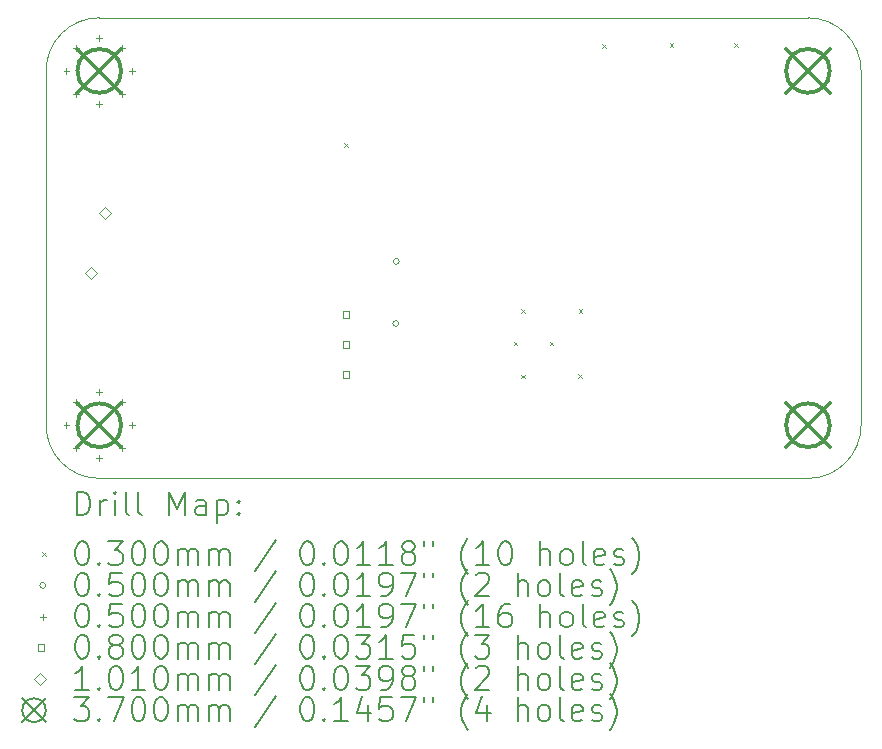
<source format=gbr>
%TF.GenerationSoftware,KiCad,Pcbnew,8.0.5*%
%TF.CreationDate,2024-10-21T04:05:38+03:00*%
%TF.ProjectId,DC36_DC5,44433336-5f44-4433-952e-6b696361645f,rev?*%
%TF.SameCoordinates,Original*%
%TF.FileFunction,Drillmap*%
%TF.FilePolarity,Positive*%
%FSLAX45Y45*%
G04 Gerber Fmt 4.5, Leading zero omitted, Abs format (unit mm)*
G04 Created by KiCad (PCBNEW 8.0.5) date 2024-10-21 04:05:38*
%MOMM*%
%LPD*%
G01*
G04 APERTURE LIST*
%ADD10C,0.050000*%
%ADD11C,0.200000*%
%ADD12C,0.100000*%
%ADD13C,0.101000*%
%ADD14C,0.370000*%
G04 APERTURE END LIST*
D10*
X15777300Y-11095400D02*
G75*
G02*
X15327300Y-11545400I-450000J0D01*
G01*
X9327300Y-7645400D02*
X15327300Y-7645400D01*
X15777300Y-11095400D02*
X15777300Y-8095400D01*
X8877300Y-8095400D02*
G75*
G02*
X9327300Y-7645400I450000J0D01*
G01*
X9327300Y-11545400D02*
G75*
G02*
X8877300Y-11095400I0J450000D01*
G01*
X15327300Y-7645400D02*
G75*
G02*
X15777300Y-8095400I0J-450000D01*
G01*
X9327300Y-11545400D02*
X15327300Y-11545400D01*
X8877300Y-11095400D02*
X8877300Y-8095400D01*
D11*
D12*
X11402300Y-8709900D02*
X11432300Y-8739900D01*
X11432300Y-8709900D02*
X11402300Y-8739900D01*
X12837400Y-10389200D02*
X12867400Y-10419200D01*
X12867400Y-10389200D02*
X12837400Y-10419200D01*
X12900300Y-10111700D02*
X12930300Y-10141700D01*
X12930300Y-10111700D02*
X12900300Y-10141700D01*
X12900300Y-10666700D02*
X12930300Y-10696700D01*
X12930300Y-10666700D02*
X12900300Y-10696700D01*
X13142800Y-10389200D02*
X13172800Y-10419200D01*
X13172800Y-10389200D02*
X13142800Y-10419200D01*
X13383900Y-10665300D02*
X13413900Y-10695300D01*
X13413900Y-10665300D02*
X13383900Y-10695300D01*
X13385300Y-10111700D02*
X13415300Y-10141700D01*
X13415300Y-10111700D02*
X13385300Y-10141700D01*
X13586700Y-7871700D02*
X13616700Y-7901700D01*
X13616700Y-7871700D02*
X13586700Y-7901700D01*
X14158200Y-7859000D02*
X14188200Y-7889000D01*
X14188200Y-7859000D02*
X14158200Y-7889000D01*
X14704300Y-7859000D02*
X14734300Y-7889000D01*
X14734300Y-7859000D02*
X14704300Y-7889000D01*
X11863400Y-10234200D02*
G75*
G02*
X11813400Y-10234200I-25000J0D01*
G01*
X11813400Y-10234200D02*
G75*
G02*
X11863400Y-10234200I25000J0D01*
G01*
X11866504Y-9707905D02*
G75*
G02*
X11816504Y-9707905I-25000J0D01*
G01*
X11816504Y-9707905D02*
G75*
G02*
X11866504Y-9707905I25000J0D01*
G01*
X9049800Y-8070400D02*
X9049800Y-8120400D01*
X9024800Y-8095400D02*
X9074800Y-8095400D01*
X9049800Y-11070400D02*
X9049800Y-11120400D01*
X9024800Y-11095400D02*
X9074800Y-11095400D01*
X9131078Y-7874178D02*
X9131078Y-7924178D01*
X9106078Y-7899178D02*
X9156078Y-7899178D01*
X9131078Y-8266622D02*
X9131078Y-8316622D01*
X9106078Y-8291622D02*
X9156078Y-8291622D01*
X9131078Y-10874178D02*
X9131078Y-10924178D01*
X9106078Y-10899178D02*
X9156078Y-10899178D01*
X9131078Y-11266622D02*
X9131078Y-11316622D01*
X9106078Y-11291622D02*
X9156078Y-11291622D01*
X9327300Y-7792900D02*
X9327300Y-7842900D01*
X9302300Y-7817900D02*
X9352300Y-7817900D01*
X9327300Y-8347900D02*
X9327300Y-8397900D01*
X9302300Y-8372900D02*
X9352300Y-8372900D01*
X9327300Y-10792900D02*
X9327300Y-10842900D01*
X9302300Y-10817900D02*
X9352300Y-10817900D01*
X9327300Y-11347900D02*
X9327300Y-11397900D01*
X9302300Y-11372900D02*
X9352300Y-11372900D01*
X9523522Y-7874178D02*
X9523522Y-7924178D01*
X9498522Y-7899178D02*
X9548522Y-7899178D01*
X9523522Y-8266622D02*
X9523522Y-8316622D01*
X9498522Y-8291622D02*
X9548522Y-8291622D01*
X9523522Y-10874178D02*
X9523522Y-10924178D01*
X9498522Y-10899178D02*
X9548522Y-10899178D01*
X9523522Y-11266622D02*
X9523522Y-11316622D01*
X9498522Y-11291622D02*
X9548522Y-11291622D01*
X9604800Y-8070400D02*
X9604800Y-8120400D01*
X9579800Y-8095400D02*
X9629800Y-8095400D01*
X9604800Y-11070400D02*
X9604800Y-11120400D01*
X9579800Y-11095400D02*
X9629800Y-11095400D01*
X11445584Y-10188285D02*
X11445584Y-10131716D01*
X11389015Y-10131716D01*
X11389015Y-10188285D01*
X11445584Y-10188285D01*
X11445584Y-10442285D02*
X11445584Y-10385716D01*
X11389015Y-10385716D01*
X11389015Y-10442285D01*
X11445584Y-10442285D01*
X11445584Y-10696285D02*
X11445584Y-10639716D01*
X11389015Y-10639716D01*
X11389015Y-10696285D01*
X11445584Y-10696285D01*
D13*
X9257300Y-9855900D02*
X9307800Y-9805400D01*
X9257300Y-9754900D01*
X9206800Y-9805400D01*
X9257300Y-9855900D01*
X9377300Y-9345900D02*
X9427800Y-9295400D01*
X9377300Y-9244900D01*
X9326800Y-9295400D01*
X9377300Y-9345900D01*
D14*
X9142300Y-7910400D02*
X9512300Y-8280400D01*
X9512300Y-7910400D02*
X9142300Y-8280400D01*
X9512300Y-8095400D02*
G75*
G02*
X9142300Y-8095400I-185000J0D01*
G01*
X9142300Y-8095400D02*
G75*
G02*
X9512300Y-8095400I185000J0D01*
G01*
X9142300Y-10910400D02*
X9512300Y-11280400D01*
X9512300Y-10910400D02*
X9142300Y-11280400D01*
X9512300Y-11095400D02*
G75*
G02*
X9142300Y-11095400I-185000J0D01*
G01*
X9142300Y-11095400D02*
G75*
G02*
X9512300Y-11095400I185000J0D01*
G01*
X15142300Y-7910400D02*
X15512300Y-8280400D01*
X15512300Y-7910400D02*
X15142300Y-8280400D01*
X15512300Y-8095400D02*
G75*
G02*
X15142300Y-8095400I-185000J0D01*
G01*
X15142300Y-8095400D02*
G75*
G02*
X15512300Y-8095400I185000J0D01*
G01*
X15142300Y-10910400D02*
X15512300Y-11280400D01*
X15512300Y-10910400D02*
X15142300Y-11280400D01*
X15512300Y-11095400D02*
G75*
G02*
X15142300Y-11095400I-185000J0D01*
G01*
X15142300Y-11095400D02*
G75*
G02*
X15512300Y-11095400I185000J0D01*
G01*
D11*
X9135577Y-11859384D02*
X9135577Y-11659384D01*
X9135577Y-11659384D02*
X9183196Y-11659384D01*
X9183196Y-11659384D02*
X9211767Y-11668908D01*
X9211767Y-11668908D02*
X9230815Y-11687955D01*
X9230815Y-11687955D02*
X9240339Y-11707003D01*
X9240339Y-11707003D02*
X9249863Y-11745098D01*
X9249863Y-11745098D02*
X9249863Y-11773669D01*
X9249863Y-11773669D02*
X9240339Y-11811765D01*
X9240339Y-11811765D02*
X9230815Y-11830812D01*
X9230815Y-11830812D02*
X9211767Y-11849860D01*
X9211767Y-11849860D02*
X9183196Y-11859384D01*
X9183196Y-11859384D02*
X9135577Y-11859384D01*
X9335577Y-11859384D02*
X9335577Y-11726050D01*
X9335577Y-11764146D02*
X9345101Y-11745098D01*
X9345101Y-11745098D02*
X9354624Y-11735574D01*
X9354624Y-11735574D02*
X9373672Y-11726050D01*
X9373672Y-11726050D02*
X9392720Y-11726050D01*
X9459386Y-11859384D02*
X9459386Y-11726050D01*
X9459386Y-11659384D02*
X9449863Y-11668908D01*
X9449863Y-11668908D02*
X9459386Y-11678431D01*
X9459386Y-11678431D02*
X9468910Y-11668908D01*
X9468910Y-11668908D02*
X9459386Y-11659384D01*
X9459386Y-11659384D02*
X9459386Y-11678431D01*
X9583196Y-11859384D02*
X9564148Y-11849860D01*
X9564148Y-11849860D02*
X9554624Y-11830812D01*
X9554624Y-11830812D02*
X9554624Y-11659384D01*
X9687958Y-11859384D02*
X9668910Y-11849860D01*
X9668910Y-11849860D02*
X9659386Y-11830812D01*
X9659386Y-11830812D02*
X9659386Y-11659384D01*
X9916529Y-11859384D02*
X9916529Y-11659384D01*
X9916529Y-11659384D02*
X9983196Y-11802241D01*
X9983196Y-11802241D02*
X10049863Y-11659384D01*
X10049863Y-11659384D02*
X10049863Y-11859384D01*
X10230815Y-11859384D02*
X10230815Y-11754622D01*
X10230815Y-11754622D02*
X10221291Y-11735574D01*
X10221291Y-11735574D02*
X10202244Y-11726050D01*
X10202244Y-11726050D02*
X10164148Y-11726050D01*
X10164148Y-11726050D02*
X10145101Y-11735574D01*
X10230815Y-11849860D02*
X10211767Y-11859384D01*
X10211767Y-11859384D02*
X10164148Y-11859384D01*
X10164148Y-11859384D02*
X10145101Y-11849860D01*
X10145101Y-11849860D02*
X10135577Y-11830812D01*
X10135577Y-11830812D02*
X10135577Y-11811765D01*
X10135577Y-11811765D02*
X10145101Y-11792717D01*
X10145101Y-11792717D02*
X10164148Y-11783193D01*
X10164148Y-11783193D02*
X10211767Y-11783193D01*
X10211767Y-11783193D02*
X10230815Y-11773669D01*
X10326053Y-11726050D02*
X10326053Y-11926050D01*
X10326053Y-11735574D02*
X10345101Y-11726050D01*
X10345101Y-11726050D02*
X10383196Y-11726050D01*
X10383196Y-11726050D02*
X10402244Y-11735574D01*
X10402244Y-11735574D02*
X10411767Y-11745098D01*
X10411767Y-11745098D02*
X10421291Y-11764146D01*
X10421291Y-11764146D02*
X10421291Y-11821288D01*
X10421291Y-11821288D02*
X10411767Y-11840336D01*
X10411767Y-11840336D02*
X10402244Y-11849860D01*
X10402244Y-11849860D02*
X10383196Y-11859384D01*
X10383196Y-11859384D02*
X10345101Y-11859384D01*
X10345101Y-11859384D02*
X10326053Y-11849860D01*
X10507005Y-11840336D02*
X10516529Y-11849860D01*
X10516529Y-11849860D02*
X10507005Y-11859384D01*
X10507005Y-11859384D02*
X10497482Y-11849860D01*
X10497482Y-11849860D02*
X10507005Y-11840336D01*
X10507005Y-11840336D02*
X10507005Y-11859384D01*
X10507005Y-11735574D02*
X10516529Y-11745098D01*
X10516529Y-11745098D02*
X10507005Y-11754622D01*
X10507005Y-11754622D02*
X10497482Y-11745098D01*
X10497482Y-11745098D02*
X10507005Y-11735574D01*
X10507005Y-11735574D02*
X10507005Y-11754622D01*
D12*
X8844800Y-12172900D02*
X8874800Y-12202900D01*
X8874800Y-12172900D02*
X8844800Y-12202900D01*
D11*
X9173672Y-12079384D02*
X9192720Y-12079384D01*
X9192720Y-12079384D02*
X9211767Y-12088908D01*
X9211767Y-12088908D02*
X9221291Y-12098431D01*
X9221291Y-12098431D02*
X9230815Y-12117479D01*
X9230815Y-12117479D02*
X9240339Y-12155574D01*
X9240339Y-12155574D02*
X9240339Y-12203193D01*
X9240339Y-12203193D02*
X9230815Y-12241288D01*
X9230815Y-12241288D02*
X9221291Y-12260336D01*
X9221291Y-12260336D02*
X9211767Y-12269860D01*
X9211767Y-12269860D02*
X9192720Y-12279384D01*
X9192720Y-12279384D02*
X9173672Y-12279384D01*
X9173672Y-12279384D02*
X9154624Y-12269860D01*
X9154624Y-12269860D02*
X9145101Y-12260336D01*
X9145101Y-12260336D02*
X9135577Y-12241288D01*
X9135577Y-12241288D02*
X9126053Y-12203193D01*
X9126053Y-12203193D02*
X9126053Y-12155574D01*
X9126053Y-12155574D02*
X9135577Y-12117479D01*
X9135577Y-12117479D02*
X9145101Y-12098431D01*
X9145101Y-12098431D02*
X9154624Y-12088908D01*
X9154624Y-12088908D02*
X9173672Y-12079384D01*
X9326053Y-12260336D02*
X9335577Y-12269860D01*
X9335577Y-12269860D02*
X9326053Y-12279384D01*
X9326053Y-12279384D02*
X9316529Y-12269860D01*
X9316529Y-12269860D02*
X9326053Y-12260336D01*
X9326053Y-12260336D02*
X9326053Y-12279384D01*
X9402244Y-12079384D02*
X9526053Y-12079384D01*
X9526053Y-12079384D02*
X9459386Y-12155574D01*
X9459386Y-12155574D02*
X9487958Y-12155574D01*
X9487958Y-12155574D02*
X9507005Y-12165098D01*
X9507005Y-12165098D02*
X9516529Y-12174622D01*
X9516529Y-12174622D02*
X9526053Y-12193669D01*
X9526053Y-12193669D02*
X9526053Y-12241288D01*
X9526053Y-12241288D02*
X9516529Y-12260336D01*
X9516529Y-12260336D02*
X9507005Y-12269860D01*
X9507005Y-12269860D02*
X9487958Y-12279384D01*
X9487958Y-12279384D02*
X9430815Y-12279384D01*
X9430815Y-12279384D02*
X9411767Y-12269860D01*
X9411767Y-12269860D02*
X9402244Y-12260336D01*
X9649863Y-12079384D02*
X9668910Y-12079384D01*
X9668910Y-12079384D02*
X9687958Y-12088908D01*
X9687958Y-12088908D02*
X9697482Y-12098431D01*
X9697482Y-12098431D02*
X9707005Y-12117479D01*
X9707005Y-12117479D02*
X9716529Y-12155574D01*
X9716529Y-12155574D02*
X9716529Y-12203193D01*
X9716529Y-12203193D02*
X9707005Y-12241288D01*
X9707005Y-12241288D02*
X9697482Y-12260336D01*
X9697482Y-12260336D02*
X9687958Y-12269860D01*
X9687958Y-12269860D02*
X9668910Y-12279384D01*
X9668910Y-12279384D02*
X9649863Y-12279384D01*
X9649863Y-12279384D02*
X9630815Y-12269860D01*
X9630815Y-12269860D02*
X9621291Y-12260336D01*
X9621291Y-12260336D02*
X9611767Y-12241288D01*
X9611767Y-12241288D02*
X9602244Y-12203193D01*
X9602244Y-12203193D02*
X9602244Y-12155574D01*
X9602244Y-12155574D02*
X9611767Y-12117479D01*
X9611767Y-12117479D02*
X9621291Y-12098431D01*
X9621291Y-12098431D02*
X9630815Y-12088908D01*
X9630815Y-12088908D02*
X9649863Y-12079384D01*
X9840339Y-12079384D02*
X9859386Y-12079384D01*
X9859386Y-12079384D02*
X9878434Y-12088908D01*
X9878434Y-12088908D02*
X9887958Y-12098431D01*
X9887958Y-12098431D02*
X9897482Y-12117479D01*
X9897482Y-12117479D02*
X9907005Y-12155574D01*
X9907005Y-12155574D02*
X9907005Y-12203193D01*
X9907005Y-12203193D02*
X9897482Y-12241288D01*
X9897482Y-12241288D02*
X9887958Y-12260336D01*
X9887958Y-12260336D02*
X9878434Y-12269860D01*
X9878434Y-12269860D02*
X9859386Y-12279384D01*
X9859386Y-12279384D02*
X9840339Y-12279384D01*
X9840339Y-12279384D02*
X9821291Y-12269860D01*
X9821291Y-12269860D02*
X9811767Y-12260336D01*
X9811767Y-12260336D02*
X9802244Y-12241288D01*
X9802244Y-12241288D02*
X9792720Y-12203193D01*
X9792720Y-12203193D02*
X9792720Y-12155574D01*
X9792720Y-12155574D02*
X9802244Y-12117479D01*
X9802244Y-12117479D02*
X9811767Y-12098431D01*
X9811767Y-12098431D02*
X9821291Y-12088908D01*
X9821291Y-12088908D02*
X9840339Y-12079384D01*
X9992720Y-12279384D02*
X9992720Y-12146050D01*
X9992720Y-12165098D02*
X10002244Y-12155574D01*
X10002244Y-12155574D02*
X10021291Y-12146050D01*
X10021291Y-12146050D02*
X10049863Y-12146050D01*
X10049863Y-12146050D02*
X10068910Y-12155574D01*
X10068910Y-12155574D02*
X10078434Y-12174622D01*
X10078434Y-12174622D02*
X10078434Y-12279384D01*
X10078434Y-12174622D02*
X10087958Y-12155574D01*
X10087958Y-12155574D02*
X10107005Y-12146050D01*
X10107005Y-12146050D02*
X10135577Y-12146050D01*
X10135577Y-12146050D02*
X10154625Y-12155574D01*
X10154625Y-12155574D02*
X10164148Y-12174622D01*
X10164148Y-12174622D02*
X10164148Y-12279384D01*
X10259386Y-12279384D02*
X10259386Y-12146050D01*
X10259386Y-12165098D02*
X10268910Y-12155574D01*
X10268910Y-12155574D02*
X10287958Y-12146050D01*
X10287958Y-12146050D02*
X10316529Y-12146050D01*
X10316529Y-12146050D02*
X10335577Y-12155574D01*
X10335577Y-12155574D02*
X10345101Y-12174622D01*
X10345101Y-12174622D02*
X10345101Y-12279384D01*
X10345101Y-12174622D02*
X10354625Y-12155574D01*
X10354625Y-12155574D02*
X10373672Y-12146050D01*
X10373672Y-12146050D02*
X10402244Y-12146050D01*
X10402244Y-12146050D02*
X10421291Y-12155574D01*
X10421291Y-12155574D02*
X10430815Y-12174622D01*
X10430815Y-12174622D02*
X10430815Y-12279384D01*
X10821291Y-12069860D02*
X10649863Y-12327003D01*
X11078434Y-12079384D02*
X11097482Y-12079384D01*
X11097482Y-12079384D02*
X11116529Y-12088908D01*
X11116529Y-12088908D02*
X11126053Y-12098431D01*
X11126053Y-12098431D02*
X11135577Y-12117479D01*
X11135577Y-12117479D02*
X11145101Y-12155574D01*
X11145101Y-12155574D02*
X11145101Y-12203193D01*
X11145101Y-12203193D02*
X11135577Y-12241288D01*
X11135577Y-12241288D02*
X11126053Y-12260336D01*
X11126053Y-12260336D02*
X11116529Y-12269860D01*
X11116529Y-12269860D02*
X11097482Y-12279384D01*
X11097482Y-12279384D02*
X11078434Y-12279384D01*
X11078434Y-12279384D02*
X11059387Y-12269860D01*
X11059387Y-12269860D02*
X11049863Y-12260336D01*
X11049863Y-12260336D02*
X11040339Y-12241288D01*
X11040339Y-12241288D02*
X11030815Y-12203193D01*
X11030815Y-12203193D02*
X11030815Y-12155574D01*
X11030815Y-12155574D02*
X11040339Y-12117479D01*
X11040339Y-12117479D02*
X11049863Y-12098431D01*
X11049863Y-12098431D02*
X11059387Y-12088908D01*
X11059387Y-12088908D02*
X11078434Y-12079384D01*
X11230815Y-12260336D02*
X11240339Y-12269860D01*
X11240339Y-12269860D02*
X11230815Y-12279384D01*
X11230815Y-12279384D02*
X11221291Y-12269860D01*
X11221291Y-12269860D02*
X11230815Y-12260336D01*
X11230815Y-12260336D02*
X11230815Y-12279384D01*
X11364148Y-12079384D02*
X11383196Y-12079384D01*
X11383196Y-12079384D02*
X11402244Y-12088908D01*
X11402244Y-12088908D02*
X11411767Y-12098431D01*
X11411767Y-12098431D02*
X11421291Y-12117479D01*
X11421291Y-12117479D02*
X11430815Y-12155574D01*
X11430815Y-12155574D02*
X11430815Y-12203193D01*
X11430815Y-12203193D02*
X11421291Y-12241288D01*
X11421291Y-12241288D02*
X11411767Y-12260336D01*
X11411767Y-12260336D02*
X11402244Y-12269860D01*
X11402244Y-12269860D02*
X11383196Y-12279384D01*
X11383196Y-12279384D02*
X11364148Y-12279384D01*
X11364148Y-12279384D02*
X11345101Y-12269860D01*
X11345101Y-12269860D02*
X11335577Y-12260336D01*
X11335577Y-12260336D02*
X11326053Y-12241288D01*
X11326053Y-12241288D02*
X11316529Y-12203193D01*
X11316529Y-12203193D02*
X11316529Y-12155574D01*
X11316529Y-12155574D02*
X11326053Y-12117479D01*
X11326053Y-12117479D02*
X11335577Y-12098431D01*
X11335577Y-12098431D02*
X11345101Y-12088908D01*
X11345101Y-12088908D02*
X11364148Y-12079384D01*
X11621291Y-12279384D02*
X11507006Y-12279384D01*
X11564148Y-12279384D02*
X11564148Y-12079384D01*
X11564148Y-12079384D02*
X11545101Y-12107955D01*
X11545101Y-12107955D02*
X11526053Y-12127003D01*
X11526053Y-12127003D02*
X11507006Y-12136527D01*
X11811767Y-12279384D02*
X11697482Y-12279384D01*
X11754625Y-12279384D02*
X11754625Y-12079384D01*
X11754625Y-12079384D02*
X11735577Y-12107955D01*
X11735577Y-12107955D02*
X11716529Y-12127003D01*
X11716529Y-12127003D02*
X11697482Y-12136527D01*
X11926053Y-12165098D02*
X11907006Y-12155574D01*
X11907006Y-12155574D02*
X11897482Y-12146050D01*
X11897482Y-12146050D02*
X11887958Y-12127003D01*
X11887958Y-12127003D02*
X11887958Y-12117479D01*
X11887958Y-12117479D02*
X11897482Y-12098431D01*
X11897482Y-12098431D02*
X11907006Y-12088908D01*
X11907006Y-12088908D02*
X11926053Y-12079384D01*
X11926053Y-12079384D02*
X11964148Y-12079384D01*
X11964148Y-12079384D02*
X11983196Y-12088908D01*
X11983196Y-12088908D02*
X11992720Y-12098431D01*
X11992720Y-12098431D02*
X12002244Y-12117479D01*
X12002244Y-12117479D02*
X12002244Y-12127003D01*
X12002244Y-12127003D02*
X11992720Y-12146050D01*
X11992720Y-12146050D02*
X11983196Y-12155574D01*
X11983196Y-12155574D02*
X11964148Y-12165098D01*
X11964148Y-12165098D02*
X11926053Y-12165098D01*
X11926053Y-12165098D02*
X11907006Y-12174622D01*
X11907006Y-12174622D02*
X11897482Y-12184146D01*
X11897482Y-12184146D02*
X11887958Y-12203193D01*
X11887958Y-12203193D02*
X11887958Y-12241288D01*
X11887958Y-12241288D02*
X11897482Y-12260336D01*
X11897482Y-12260336D02*
X11907006Y-12269860D01*
X11907006Y-12269860D02*
X11926053Y-12279384D01*
X11926053Y-12279384D02*
X11964148Y-12279384D01*
X11964148Y-12279384D02*
X11983196Y-12269860D01*
X11983196Y-12269860D02*
X11992720Y-12260336D01*
X11992720Y-12260336D02*
X12002244Y-12241288D01*
X12002244Y-12241288D02*
X12002244Y-12203193D01*
X12002244Y-12203193D02*
X11992720Y-12184146D01*
X11992720Y-12184146D02*
X11983196Y-12174622D01*
X11983196Y-12174622D02*
X11964148Y-12165098D01*
X12078434Y-12079384D02*
X12078434Y-12117479D01*
X12154625Y-12079384D02*
X12154625Y-12117479D01*
X12449863Y-12355574D02*
X12440339Y-12346050D01*
X12440339Y-12346050D02*
X12421291Y-12317479D01*
X12421291Y-12317479D02*
X12411768Y-12298431D01*
X12411768Y-12298431D02*
X12402244Y-12269860D01*
X12402244Y-12269860D02*
X12392720Y-12222241D01*
X12392720Y-12222241D02*
X12392720Y-12184146D01*
X12392720Y-12184146D02*
X12402244Y-12136527D01*
X12402244Y-12136527D02*
X12411768Y-12107955D01*
X12411768Y-12107955D02*
X12421291Y-12088908D01*
X12421291Y-12088908D02*
X12440339Y-12060336D01*
X12440339Y-12060336D02*
X12449863Y-12050812D01*
X12630815Y-12279384D02*
X12516529Y-12279384D01*
X12573672Y-12279384D02*
X12573672Y-12079384D01*
X12573672Y-12079384D02*
X12554625Y-12107955D01*
X12554625Y-12107955D02*
X12535577Y-12127003D01*
X12535577Y-12127003D02*
X12516529Y-12136527D01*
X12754625Y-12079384D02*
X12773672Y-12079384D01*
X12773672Y-12079384D02*
X12792720Y-12088908D01*
X12792720Y-12088908D02*
X12802244Y-12098431D01*
X12802244Y-12098431D02*
X12811768Y-12117479D01*
X12811768Y-12117479D02*
X12821291Y-12155574D01*
X12821291Y-12155574D02*
X12821291Y-12203193D01*
X12821291Y-12203193D02*
X12811768Y-12241288D01*
X12811768Y-12241288D02*
X12802244Y-12260336D01*
X12802244Y-12260336D02*
X12792720Y-12269860D01*
X12792720Y-12269860D02*
X12773672Y-12279384D01*
X12773672Y-12279384D02*
X12754625Y-12279384D01*
X12754625Y-12279384D02*
X12735577Y-12269860D01*
X12735577Y-12269860D02*
X12726053Y-12260336D01*
X12726053Y-12260336D02*
X12716529Y-12241288D01*
X12716529Y-12241288D02*
X12707006Y-12203193D01*
X12707006Y-12203193D02*
X12707006Y-12155574D01*
X12707006Y-12155574D02*
X12716529Y-12117479D01*
X12716529Y-12117479D02*
X12726053Y-12098431D01*
X12726053Y-12098431D02*
X12735577Y-12088908D01*
X12735577Y-12088908D02*
X12754625Y-12079384D01*
X13059387Y-12279384D02*
X13059387Y-12079384D01*
X13145101Y-12279384D02*
X13145101Y-12174622D01*
X13145101Y-12174622D02*
X13135577Y-12155574D01*
X13135577Y-12155574D02*
X13116530Y-12146050D01*
X13116530Y-12146050D02*
X13087958Y-12146050D01*
X13087958Y-12146050D02*
X13068910Y-12155574D01*
X13068910Y-12155574D02*
X13059387Y-12165098D01*
X13268910Y-12279384D02*
X13249863Y-12269860D01*
X13249863Y-12269860D02*
X13240339Y-12260336D01*
X13240339Y-12260336D02*
X13230815Y-12241288D01*
X13230815Y-12241288D02*
X13230815Y-12184146D01*
X13230815Y-12184146D02*
X13240339Y-12165098D01*
X13240339Y-12165098D02*
X13249863Y-12155574D01*
X13249863Y-12155574D02*
X13268910Y-12146050D01*
X13268910Y-12146050D02*
X13297482Y-12146050D01*
X13297482Y-12146050D02*
X13316530Y-12155574D01*
X13316530Y-12155574D02*
X13326053Y-12165098D01*
X13326053Y-12165098D02*
X13335577Y-12184146D01*
X13335577Y-12184146D02*
X13335577Y-12241288D01*
X13335577Y-12241288D02*
X13326053Y-12260336D01*
X13326053Y-12260336D02*
X13316530Y-12269860D01*
X13316530Y-12269860D02*
X13297482Y-12279384D01*
X13297482Y-12279384D02*
X13268910Y-12279384D01*
X13449863Y-12279384D02*
X13430815Y-12269860D01*
X13430815Y-12269860D02*
X13421291Y-12250812D01*
X13421291Y-12250812D02*
X13421291Y-12079384D01*
X13602244Y-12269860D02*
X13583196Y-12279384D01*
X13583196Y-12279384D02*
X13545101Y-12279384D01*
X13545101Y-12279384D02*
X13526053Y-12269860D01*
X13526053Y-12269860D02*
X13516530Y-12250812D01*
X13516530Y-12250812D02*
X13516530Y-12174622D01*
X13516530Y-12174622D02*
X13526053Y-12155574D01*
X13526053Y-12155574D02*
X13545101Y-12146050D01*
X13545101Y-12146050D02*
X13583196Y-12146050D01*
X13583196Y-12146050D02*
X13602244Y-12155574D01*
X13602244Y-12155574D02*
X13611768Y-12174622D01*
X13611768Y-12174622D02*
X13611768Y-12193669D01*
X13611768Y-12193669D02*
X13516530Y-12212717D01*
X13687958Y-12269860D02*
X13707006Y-12279384D01*
X13707006Y-12279384D02*
X13745101Y-12279384D01*
X13745101Y-12279384D02*
X13764149Y-12269860D01*
X13764149Y-12269860D02*
X13773672Y-12250812D01*
X13773672Y-12250812D02*
X13773672Y-12241288D01*
X13773672Y-12241288D02*
X13764149Y-12222241D01*
X13764149Y-12222241D02*
X13745101Y-12212717D01*
X13745101Y-12212717D02*
X13716530Y-12212717D01*
X13716530Y-12212717D02*
X13697482Y-12203193D01*
X13697482Y-12203193D02*
X13687958Y-12184146D01*
X13687958Y-12184146D02*
X13687958Y-12174622D01*
X13687958Y-12174622D02*
X13697482Y-12155574D01*
X13697482Y-12155574D02*
X13716530Y-12146050D01*
X13716530Y-12146050D02*
X13745101Y-12146050D01*
X13745101Y-12146050D02*
X13764149Y-12155574D01*
X13840339Y-12355574D02*
X13849863Y-12346050D01*
X13849863Y-12346050D02*
X13868911Y-12317479D01*
X13868911Y-12317479D02*
X13878434Y-12298431D01*
X13878434Y-12298431D02*
X13887958Y-12269860D01*
X13887958Y-12269860D02*
X13897482Y-12222241D01*
X13897482Y-12222241D02*
X13897482Y-12184146D01*
X13897482Y-12184146D02*
X13887958Y-12136527D01*
X13887958Y-12136527D02*
X13878434Y-12107955D01*
X13878434Y-12107955D02*
X13868911Y-12088908D01*
X13868911Y-12088908D02*
X13849863Y-12060336D01*
X13849863Y-12060336D02*
X13840339Y-12050812D01*
D12*
X8874800Y-12451900D02*
G75*
G02*
X8824800Y-12451900I-25000J0D01*
G01*
X8824800Y-12451900D02*
G75*
G02*
X8874800Y-12451900I25000J0D01*
G01*
D11*
X9173672Y-12343384D02*
X9192720Y-12343384D01*
X9192720Y-12343384D02*
X9211767Y-12352908D01*
X9211767Y-12352908D02*
X9221291Y-12362431D01*
X9221291Y-12362431D02*
X9230815Y-12381479D01*
X9230815Y-12381479D02*
X9240339Y-12419574D01*
X9240339Y-12419574D02*
X9240339Y-12467193D01*
X9240339Y-12467193D02*
X9230815Y-12505288D01*
X9230815Y-12505288D02*
X9221291Y-12524336D01*
X9221291Y-12524336D02*
X9211767Y-12533860D01*
X9211767Y-12533860D02*
X9192720Y-12543384D01*
X9192720Y-12543384D02*
X9173672Y-12543384D01*
X9173672Y-12543384D02*
X9154624Y-12533860D01*
X9154624Y-12533860D02*
X9145101Y-12524336D01*
X9145101Y-12524336D02*
X9135577Y-12505288D01*
X9135577Y-12505288D02*
X9126053Y-12467193D01*
X9126053Y-12467193D02*
X9126053Y-12419574D01*
X9126053Y-12419574D02*
X9135577Y-12381479D01*
X9135577Y-12381479D02*
X9145101Y-12362431D01*
X9145101Y-12362431D02*
X9154624Y-12352908D01*
X9154624Y-12352908D02*
X9173672Y-12343384D01*
X9326053Y-12524336D02*
X9335577Y-12533860D01*
X9335577Y-12533860D02*
X9326053Y-12543384D01*
X9326053Y-12543384D02*
X9316529Y-12533860D01*
X9316529Y-12533860D02*
X9326053Y-12524336D01*
X9326053Y-12524336D02*
X9326053Y-12543384D01*
X9516529Y-12343384D02*
X9421291Y-12343384D01*
X9421291Y-12343384D02*
X9411767Y-12438622D01*
X9411767Y-12438622D02*
X9421291Y-12429098D01*
X9421291Y-12429098D02*
X9440339Y-12419574D01*
X9440339Y-12419574D02*
X9487958Y-12419574D01*
X9487958Y-12419574D02*
X9507005Y-12429098D01*
X9507005Y-12429098D02*
X9516529Y-12438622D01*
X9516529Y-12438622D02*
X9526053Y-12457669D01*
X9526053Y-12457669D02*
X9526053Y-12505288D01*
X9526053Y-12505288D02*
X9516529Y-12524336D01*
X9516529Y-12524336D02*
X9507005Y-12533860D01*
X9507005Y-12533860D02*
X9487958Y-12543384D01*
X9487958Y-12543384D02*
X9440339Y-12543384D01*
X9440339Y-12543384D02*
X9421291Y-12533860D01*
X9421291Y-12533860D02*
X9411767Y-12524336D01*
X9649863Y-12343384D02*
X9668910Y-12343384D01*
X9668910Y-12343384D02*
X9687958Y-12352908D01*
X9687958Y-12352908D02*
X9697482Y-12362431D01*
X9697482Y-12362431D02*
X9707005Y-12381479D01*
X9707005Y-12381479D02*
X9716529Y-12419574D01*
X9716529Y-12419574D02*
X9716529Y-12467193D01*
X9716529Y-12467193D02*
X9707005Y-12505288D01*
X9707005Y-12505288D02*
X9697482Y-12524336D01*
X9697482Y-12524336D02*
X9687958Y-12533860D01*
X9687958Y-12533860D02*
X9668910Y-12543384D01*
X9668910Y-12543384D02*
X9649863Y-12543384D01*
X9649863Y-12543384D02*
X9630815Y-12533860D01*
X9630815Y-12533860D02*
X9621291Y-12524336D01*
X9621291Y-12524336D02*
X9611767Y-12505288D01*
X9611767Y-12505288D02*
X9602244Y-12467193D01*
X9602244Y-12467193D02*
X9602244Y-12419574D01*
X9602244Y-12419574D02*
X9611767Y-12381479D01*
X9611767Y-12381479D02*
X9621291Y-12362431D01*
X9621291Y-12362431D02*
X9630815Y-12352908D01*
X9630815Y-12352908D02*
X9649863Y-12343384D01*
X9840339Y-12343384D02*
X9859386Y-12343384D01*
X9859386Y-12343384D02*
X9878434Y-12352908D01*
X9878434Y-12352908D02*
X9887958Y-12362431D01*
X9887958Y-12362431D02*
X9897482Y-12381479D01*
X9897482Y-12381479D02*
X9907005Y-12419574D01*
X9907005Y-12419574D02*
X9907005Y-12467193D01*
X9907005Y-12467193D02*
X9897482Y-12505288D01*
X9897482Y-12505288D02*
X9887958Y-12524336D01*
X9887958Y-12524336D02*
X9878434Y-12533860D01*
X9878434Y-12533860D02*
X9859386Y-12543384D01*
X9859386Y-12543384D02*
X9840339Y-12543384D01*
X9840339Y-12543384D02*
X9821291Y-12533860D01*
X9821291Y-12533860D02*
X9811767Y-12524336D01*
X9811767Y-12524336D02*
X9802244Y-12505288D01*
X9802244Y-12505288D02*
X9792720Y-12467193D01*
X9792720Y-12467193D02*
X9792720Y-12419574D01*
X9792720Y-12419574D02*
X9802244Y-12381479D01*
X9802244Y-12381479D02*
X9811767Y-12362431D01*
X9811767Y-12362431D02*
X9821291Y-12352908D01*
X9821291Y-12352908D02*
X9840339Y-12343384D01*
X9992720Y-12543384D02*
X9992720Y-12410050D01*
X9992720Y-12429098D02*
X10002244Y-12419574D01*
X10002244Y-12419574D02*
X10021291Y-12410050D01*
X10021291Y-12410050D02*
X10049863Y-12410050D01*
X10049863Y-12410050D02*
X10068910Y-12419574D01*
X10068910Y-12419574D02*
X10078434Y-12438622D01*
X10078434Y-12438622D02*
X10078434Y-12543384D01*
X10078434Y-12438622D02*
X10087958Y-12419574D01*
X10087958Y-12419574D02*
X10107005Y-12410050D01*
X10107005Y-12410050D02*
X10135577Y-12410050D01*
X10135577Y-12410050D02*
X10154625Y-12419574D01*
X10154625Y-12419574D02*
X10164148Y-12438622D01*
X10164148Y-12438622D02*
X10164148Y-12543384D01*
X10259386Y-12543384D02*
X10259386Y-12410050D01*
X10259386Y-12429098D02*
X10268910Y-12419574D01*
X10268910Y-12419574D02*
X10287958Y-12410050D01*
X10287958Y-12410050D02*
X10316529Y-12410050D01*
X10316529Y-12410050D02*
X10335577Y-12419574D01*
X10335577Y-12419574D02*
X10345101Y-12438622D01*
X10345101Y-12438622D02*
X10345101Y-12543384D01*
X10345101Y-12438622D02*
X10354625Y-12419574D01*
X10354625Y-12419574D02*
X10373672Y-12410050D01*
X10373672Y-12410050D02*
X10402244Y-12410050D01*
X10402244Y-12410050D02*
X10421291Y-12419574D01*
X10421291Y-12419574D02*
X10430815Y-12438622D01*
X10430815Y-12438622D02*
X10430815Y-12543384D01*
X10821291Y-12333860D02*
X10649863Y-12591003D01*
X11078434Y-12343384D02*
X11097482Y-12343384D01*
X11097482Y-12343384D02*
X11116529Y-12352908D01*
X11116529Y-12352908D02*
X11126053Y-12362431D01*
X11126053Y-12362431D02*
X11135577Y-12381479D01*
X11135577Y-12381479D02*
X11145101Y-12419574D01*
X11145101Y-12419574D02*
X11145101Y-12467193D01*
X11145101Y-12467193D02*
X11135577Y-12505288D01*
X11135577Y-12505288D02*
X11126053Y-12524336D01*
X11126053Y-12524336D02*
X11116529Y-12533860D01*
X11116529Y-12533860D02*
X11097482Y-12543384D01*
X11097482Y-12543384D02*
X11078434Y-12543384D01*
X11078434Y-12543384D02*
X11059387Y-12533860D01*
X11059387Y-12533860D02*
X11049863Y-12524336D01*
X11049863Y-12524336D02*
X11040339Y-12505288D01*
X11040339Y-12505288D02*
X11030815Y-12467193D01*
X11030815Y-12467193D02*
X11030815Y-12419574D01*
X11030815Y-12419574D02*
X11040339Y-12381479D01*
X11040339Y-12381479D02*
X11049863Y-12362431D01*
X11049863Y-12362431D02*
X11059387Y-12352908D01*
X11059387Y-12352908D02*
X11078434Y-12343384D01*
X11230815Y-12524336D02*
X11240339Y-12533860D01*
X11240339Y-12533860D02*
X11230815Y-12543384D01*
X11230815Y-12543384D02*
X11221291Y-12533860D01*
X11221291Y-12533860D02*
X11230815Y-12524336D01*
X11230815Y-12524336D02*
X11230815Y-12543384D01*
X11364148Y-12343384D02*
X11383196Y-12343384D01*
X11383196Y-12343384D02*
X11402244Y-12352908D01*
X11402244Y-12352908D02*
X11411767Y-12362431D01*
X11411767Y-12362431D02*
X11421291Y-12381479D01*
X11421291Y-12381479D02*
X11430815Y-12419574D01*
X11430815Y-12419574D02*
X11430815Y-12467193D01*
X11430815Y-12467193D02*
X11421291Y-12505288D01*
X11421291Y-12505288D02*
X11411767Y-12524336D01*
X11411767Y-12524336D02*
X11402244Y-12533860D01*
X11402244Y-12533860D02*
X11383196Y-12543384D01*
X11383196Y-12543384D02*
X11364148Y-12543384D01*
X11364148Y-12543384D02*
X11345101Y-12533860D01*
X11345101Y-12533860D02*
X11335577Y-12524336D01*
X11335577Y-12524336D02*
X11326053Y-12505288D01*
X11326053Y-12505288D02*
X11316529Y-12467193D01*
X11316529Y-12467193D02*
X11316529Y-12419574D01*
X11316529Y-12419574D02*
X11326053Y-12381479D01*
X11326053Y-12381479D02*
X11335577Y-12362431D01*
X11335577Y-12362431D02*
X11345101Y-12352908D01*
X11345101Y-12352908D02*
X11364148Y-12343384D01*
X11621291Y-12543384D02*
X11507006Y-12543384D01*
X11564148Y-12543384D02*
X11564148Y-12343384D01*
X11564148Y-12343384D02*
X11545101Y-12371955D01*
X11545101Y-12371955D02*
X11526053Y-12391003D01*
X11526053Y-12391003D02*
X11507006Y-12400527D01*
X11716529Y-12543384D02*
X11754625Y-12543384D01*
X11754625Y-12543384D02*
X11773672Y-12533860D01*
X11773672Y-12533860D02*
X11783196Y-12524336D01*
X11783196Y-12524336D02*
X11802244Y-12495765D01*
X11802244Y-12495765D02*
X11811767Y-12457669D01*
X11811767Y-12457669D02*
X11811767Y-12381479D01*
X11811767Y-12381479D02*
X11802244Y-12362431D01*
X11802244Y-12362431D02*
X11792720Y-12352908D01*
X11792720Y-12352908D02*
X11773672Y-12343384D01*
X11773672Y-12343384D02*
X11735577Y-12343384D01*
X11735577Y-12343384D02*
X11716529Y-12352908D01*
X11716529Y-12352908D02*
X11707006Y-12362431D01*
X11707006Y-12362431D02*
X11697482Y-12381479D01*
X11697482Y-12381479D02*
X11697482Y-12429098D01*
X11697482Y-12429098D02*
X11707006Y-12448146D01*
X11707006Y-12448146D02*
X11716529Y-12457669D01*
X11716529Y-12457669D02*
X11735577Y-12467193D01*
X11735577Y-12467193D02*
X11773672Y-12467193D01*
X11773672Y-12467193D02*
X11792720Y-12457669D01*
X11792720Y-12457669D02*
X11802244Y-12448146D01*
X11802244Y-12448146D02*
X11811767Y-12429098D01*
X11878434Y-12343384D02*
X12011767Y-12343384D01*
X12011767Y-12343384D02*
X11926053Y-12543384D01*
X12078434Y-12343384D02*
X12078434Y-12381479D01*
X12154625Y-12343384D02*
X12154625Y-12381479D01*
X12449863Y-12619574D02*
X12440339Y-12610050D01*
X12440339Y-12610050D02*
X12421291Y-12581479D01*
X12421291Y-12581479D02*
X12411768Y-12562431D01*
X12411768Y-12562431D02*
X12402244Y-12533860D01*
X12402244Y-12533860D02*
X12392720Y-12486241D01*
X12392720Y-12486241D02*
X12392720Y-12448146D01*
X12392720Y-12448146D02*
X12402244Y-12400527D01*
X12402244Y-12400527D02*
X12411768Y-12371955D01*
X12411768Y-12371955D02*
X12421291Y-12352908D01*
X12421291Y-12352908D02*
X12440339Y-12324336D01*
X12440339Y-12324336D02*
X12449863Y-12314812D01*
X12516529Y-12362431D02*
X12526053Y-12352908D01*
X12526053Y-12352908D02*
X12545101Y-12343384D01*
X12545101Y-12343384D02*
X12592720Y-12343384D01*
X12592720Y-12343384D02*
X12611768Y-12352908D01*
X12611768Y-12352908D02*
X12621291Y-12362431D01*
X12621291Y-12362431D02*
X12630815Y-12381479D01*
X12630815Y-12381479D02*
X12630815Y-12400527D01*
X12630815Y-12400527D02*
X12621291Y-12429098D01*
X12621291Y-12429098D02*
X12507006Y-12543384D01*
X12507006Y-12543384D02*
X12630815Y-12543384D01*
X12868910Y-12543384D02*
X12868910Y-12343384D01*
X12954625Y-12543384D02*
X12954625Y-12438622D01*
X12954625Y-12438622D02*
X12945101Y-12419574D01*
X12945101Y-12419574D02*
X12926053Y-12410050D01*
X12926053Y-12410050D02*
X12897482Y-12410050D01*
X12897482Y-12410050D02*
X12878434Y-12419574D01*
X12878434Y-12419574D02*
X12868910Y-12429098D01*
X13078434Y-12543384D02*
X13059387Y-12533860D01*
X13059387Y-12533860D02*
X13049863Y-12524336D01*
X13049863Y-12524336D02*
X13040339Y-12505288D01*
X13040339Y-12505288D02*
X13040339Y-12448146D01*
X13040339Y-12448146D02*
X13049863Y-12429098D01*
X13049863Y-12429098D02*
X13059387Y-12419574D01*
X13059387Y-12419574D02*
X13078434Y-12410050D01*
X13078434Y-12410050D02*
X13107006Y-12410050D01*
X13107006Y-12410050D02*
X13126053Y-12419574D01*
X13126053Y-12419574D02*
X13135577Y-12429098D01*
X13135577Y-12429098D02*
X13145101Y-12448146D01*
X13145101Y-12448146D02*
X13145101Y-12505288D01*
X13145101Y-12505288D02*
X13135577Y-12524336D01*
X13135577Y-12524336D02*
X13126053Y-12533860D01*
X13126053Y-12533860D02*
X13107006Y-12543384D01*
X13107006Y-12543384D02*
X13078434Y-12543384D01*
X13259387Y-12543384D02*
X13240339Y-12533860D01*
X13240339Y-12533860D02*
X13230815Y-12514812D01*
X13230815Y-12514812D02*
X13230815Y-12343384D01*
X13411768Y-12533860D02*
X13392720Y-12543384D01*
X13392720Y-12543384D02*
X13354625Y-12543384D01*
X13354625Y-12543384D02*
X13335577Y-12533860D01*
X13335577Y-12533860D02*
X13326053Y-12514812D01*
X13326053Y-12514812D02*
X13326053Y-12438622D01*
X13326053Y-12438622D02*
X13335577Y-12419574D01*
X13335577Y-12419574D02*
X13354625Y-12410050D01*
X13354625Y-12410050D02*
X13392720Y-12410050D01*
X13392720Y-12410050D02*
X13411768Y-12419574D01*
X13411768Y-12419574D02*
X13421291Y-12438622D01*
X13421291Y-12438622D02*
X13421291Y-12457669D01*
X13421291Y-12457669D02*
X13326053Y-12476717D01*
X13497482Y-12533860D02*
X13516530Y-12543384D01*
X13516530Y-12543384D02*
X13554625Y-12543384D01*
X13554625Y-12543384D02*
X13573672Y-12533860D01*
X13573672Y-12533860D02*
X13583196Y-12514812D01*
X13583196Y-12514812D02*
X13583196Y-12505288D01*
X13583196Y-12505288D02*
X13573672Y-12486241D01*
X13573672Y-12486241D02*
X13554625Y-12476717D01*
X13554625Y-12476717D02*
X13526053Y-12476717D01*
X13526053Y-12476717D02*
X13507006Y-12467193D01*
X13507006Y-12467193D02*
X13497482Y-12448146D01*
X13497482Y-12448146D02*
X13497482Y-12438622D01*
X13497482Y-12438622D02*
X13507006Y-12419574D01*
X13507006Y-12419574D02*
X13526053Y-12410050D01*
X13526053Y-12410050D02*
X13554625Y-12410050D01*
X13554625Y-12410050D02*
X13573672Y-12419574D01*
X13649863Y-12619574D02*
X13659387Y-12610050D01*
X13659387Y-12610050D02*
X13678434Y-12581479D01*
X13678434Y-12581479D02*
X13687958Y-12562431D01*
X13687958Y-12562431D02*
X13697482Y-12533860D01*
X13697482Y-12533860D02*
X13707006Y-12486241D01*
X13707006Y-12486241D02*
X13707006Y-12448146D01*
X13707006Y-12448146D02*
X13697482Y-12400527D01*
X13697482Y-12400527D02*
X13687958Y-12371955D01*
X13687958Y-12371955D02*
X13678434Y-12352908D01*
X13678434Y-12352908D02*
X13659387Y-12324336D01*
X13659387Y-12324336D02*
X13649863Y-12314812D01*
D12*
X8849800Y-12690900D02*
X8849800Y-12740900D01*
X8824800Y-12715900D02*
X8874800Y-12715900D01*
D11*
X9173672Y-12607384D02*
X9192720Y-12607384D01*
X9192720Y-12607384D02*
X9211767Y-12616908D01*
X9211767Y-12616908D02*
X9221291Y-12626431D01*
X9221291Y-12626431D02*
X9230815Y-12645479D01*
X9230815Y-12645479D02*
X9240339Y-12683574D01*
X9240339Y-12683574D02*
X9240339Y-12731193D01*
X9240339Y-12731193D02*
X9230815Y-12769288D01*
X9230815Y-12769288D02*
X9221291Y-12788336D01*
X9221291Y-12788336D02*
X9211767Y-12797860D01*
X9211767Y-12797860D02*
X9192720Y-12807384D01*
X9192720Y-12807384D02*
X9173672Y-12807384D01*
X9173672Y-12807384D02*
X9154624Y-12797860D01*
X9154624Y-12797860D02*
X9145101Y-12788336D01*
X9145101Y-12788336D02*
X9135577Y-12769288D01*
X9135577Y-12769288D02*
X9126053Y-12731193D01*
X9126053Y-12731193D02*
X9126053Y-12683574D01*
X9126053Y-12683574D02*
X9135577Y-12645479D01*
X9135577Y-12645479D02*
X9145101Y-12626431D01*
X9145101Y-12626431D02*
X9154624Y-12616908D01*
X9154624Y-12616908D02*
X9173672Y-12607384D01*
X9326053Y-12788336D02*
X9335577Y-12797860D01*
X9335577Y-12797860D02*
X9326053Y-12807384D01*
X9326053Y-12807384D02*
X9316529Y-12797860D01*
X9316529Y-12797860D02*
X9326053Y-12788336D01*
X9326053Y-12788336D02*
X9326053Y-12807384D01*
X9516529Y-12607384D02*
X9421291Y-12607384D01*
X9421291Y-12607384D02*
X9411767Y-12702622D01*
X9411767Y-12702622D02*
X9421291Y-12693098D01*
X9421291Y-12693098D02*
X9440339Y-12683574D01*
X9440339Y-12683574D02*
X9487958Y-12683574D01*
X9487958Y-12683574D02*
X9507005Y-12693098D01*
X9507005Y-12693098D02*
X9516529Y-12702622D01*
X9516529Y-12702622D02*
X9526053Y-12721669D01*
X9526053Y-12721669D02*
X9526053Y-12769288D01*
X9526053Y-12769288D02*
X9516529Y-12788336D01*
X9516529Y-12788336D02*
X9507005Y-12797860D01*
X9507005Y-12797860D02*
X9487958Y-12807384D01*
X9487958Y-12807384D02*
X9440339Y-12807384D01*
X9440339Y-12807384D02*
X9421291Y-12797860D01*
X9421291Y-12797860D02*
X9411767Y-12788336D01*
X9649863Y-12607384D02*
X9668910Y-12607384D01*
X9668910Y-12607384D02*
X9687958Y-12616908D01*
X9687958Y-12616908D02*
X9697482Y-12626431D01*
X9697482Y-12626431D02*
X9707005Y-12645479D01*
X9707005Y-12645479D02*
X9716529Y-12683574D01*
X9716529Y-12683574D02*
X9716529Y-12731193D01*
X9716529Y-12731193D02*
X9707005Y-12769288D01*
X9707005Y-12769288D02*
X9697482Y-12788336D01*
X9697482Y-12788336D02*
X9687958Y-12797860D01*
X9687958Y-12797860D02*
X9668910Y-12807384D01*
X9668910Y-12807384D02*
X9649863Y-12807384D01*
X9649863Y-12807384D02*
X9630815Y-12797860D01*
X9630815Y-12797860D02*
X9621291Y-12788336D01*
X9621291Y-12788336D02*
X9611767Y-12769288D01*
X9611767Y-12769288D02*
X9602244Y-12731193D01*
X9602244Y-12731193D02*
X9602244Y-12683574D01*
X9602244Y-12683574D02*
X9611767Y-12645479D01*
X9611767Y-12645479D02*
X9621291Y-12626431D01*
X9621291Y-12626431D02*
X9630815Y-12616908D01*
X9630815Y-12616908D02*
X9649863Y-12607384D01*
X9840339Y-12607384D02*
X9859386Y-12607384D01*
X9859386Y-12607384D02*
X9878434Y-12616908D01*
X9878434Y-12616908D02*
X9887958Y-12626431D01*
X9887958Y-12626431D02*
X9897482Y-12645479D01*
X9897482Y-12645479D02*
X9907005Y-12683574D01*
X9907005Y-12683574D02*
X9907005Y-12731193D01*
X9907005Y-12731193D02*
X9897482Y-12769288D01*
X9897482Y-12769288D02*
X9887958Y-12788336D01*
X9887958Y-12788336D02*
X9878434Y-12797860D01*
X9878434Y-12797860D02*
X9859386Y-12807384D01*
X9859386Y-12807384D02*
X9840339Y-12807384D01*
X9840339Y-12807384D02*
X9821291Y-12797860D01*
X9821291Y-12797860D02*
X9811767Y-12788336D01*
X9811767Y-12788336D02*
X9802244Y-12769288D01*
X9802244Y-12769288D02*
X9792720Y-12731193D01*
X9792720Y-12731193D02*
X9792720Y-12683574D01*
X9792720Y-12683574D02*
X9802244Y-12645479D01*
X9802244Y-12645479D02*
X9811767Y-12626431D01*
X9811767Y-12626431D02*
X9821291Y-12616908D01*
X9821291Y-12616908D02*
X9840339Y-12607384D01*
X9992720Y-12807384D02*
X9992720Y-12674050D01*
X9992720Y-12693098D02*
X10002244Y-12683574D01*
X10002244Y-12683574D02*
X10021291Y-12674050D01*
X10021291Y-12674050D02*
X10049863Y-12674050D01*
X10049863Y-12674050D02*
X10068910Y-12683574D01*
X10068910Y-12683574D02*
X10078434Y-12702622D01*
X10078434Y-12702622D02*
X10078434Y-12807384D01*
X10078434Y-12702622D02*
X10087958Y-12683574D01*
X10087958Y-12683574D02*
X10107005Y-12674050D01*
X10107005Y-12674050D02*
X10135577Y-12674050D01*
X10135577Y-12674050D02*
X10154625Y-12683574D01*
X10154625Y-12683574D02*
X10164148Y-12702622D01*
X10164148Y-12702622D02*
X10164148Y-12807384D01*
X10259386Y-12807384D02*
X10259386Y-12674050D01*
X10259386Y-12693098D02*
X10268910Y-12683574D01*
X10268910Y-12683574D02*
X10287958Y-12674050D01*
X10287958Y-12674050D02*
X10316529Y-12674050D01*
X10316529Y-12674050D02*
X10335577Y-12683574D01*
X10335577Y-12683574D02*
X10345101Y-12702622D01*
X10345101Y-12702622D02*
X10345101Y-12807384D01*
X10345101Y-12702622D02*
X10354625Y-12683574D01*
X10354625Y-12683574D02*
X10373672Y-12674050D01*
X10373672Y-12674050D02*
X10402244Y-12674050D01*
X10402244Y-12674050D02*
X10421291Y-12683574D01*
X10421291Y-12683574D02*
X10430815Y-12702622D01*
X10430815Y-12702622D02*
X10430815Y-12807384D01*
X10821291Y-12597860D02*
X10649863Y-12855003D01*
X11078434Y-12607384D02*
X11097482Y-12607384D01*
X11097482Y-12607384D02*
X11116529Y-12616908D01*
X11116529Y-12616908D02*
X11126053Y-12626431D01*
X11126053Y-12626431D02*
X11135577Y-12645479D01*
X11135577Y-12645479D02*
X11145101Y-12683574D01*
X11145101Y-12683574D02*
X11145101Y-12731193D01*
X11145101Y-12731193D02*
X11135577Y-12769288D01*
X11135577Y-12769288D02*
X11126053Y-12788336D01*
X11126053Y-12788336D02*
X11116529Y-12797860D01*
X11116529Y-12797860D02*
X11097482Y-12807384D01*
X11097482Y-12807384D02*
X11078434Y-12807384D01*
X11078434Y-12807384D02*
X11059387Y-12797860D01*
X11059387Y-12797860D02*
X11049863Y-12788336D01*
X11049863Y-12788336D02*
X11040339Y-12769288D01*
X11040339Y-12769288D02*
X11030815Y-12731193D01*
X11030815Y-12731193D02*
X11030815Y-12683574D01*
X11030815Y-12683574D02*
X11040339Y-12645479D01*
X11040339Y-12645479D02*
X11049863Y-12626431D01*
X11049863Y-12626431D02*
X11059387Y-12616908D01*
X11059387Y-12616908D02*
X11078434Y-12607384D01*
X11230815Y-12788336D02*
X11240339Y-12797860D01*
X11240339Y-12797860D02*
X11230815Y-12807384D01*
X11230815Y-12807384D02*
X11221291Y-12797860D01*
X11221291Y-12797860D02*
X11230815Y-12788336D01*
X11230815Y-12788336D02*
X11230815Y-12807384D01*
X11364148Y-12607384D02*
X11383196Y-12607384D01*
X11383196Y-12607384D02*
X11402244Y-12616908D01*
X11402244Y-12616908D02*
X11411767Y-12626431D01*
X11411767Y-12626431D02*
X11421291Y-12645479D01*
X11421291Y-12645479D02*
X11430815Y-12683574D01*
X11430815Y-12683574D02*
X11430815Y-12731193D01*
X11430815Y-12731193D02*
X11421291Y-12769288D01*
X11421291Y-12769288D02*
X11411767Y-12788336D01*
X11411767Y-12788336D02*
X11402244Y-12797860D01*
X11402244Y-12797860D02*
X11383196Y-12807384D01*
X11383196Y-12807384D02*
X11364148Y-12807384D01*
X11364148Y-12807384D02*
X11345101Y-12797860D01*
X11345101Y-12797860D02*
X11335577Y-12788336D01*
X11335577Y-12788336D02*
X11326053Y-12769288D01*
X11326053Y-12769288D02*
X11316529Y-12731193D01*
X11316529Y-12731193D02*
X11316529Y-12683574D01*
X11316529Y-12683574D02*
X11326053Y-12645479D01*
X11326053Y-12645479D02*
X11335577Y-12626431D01*
X11335577Y-12626431D02*
X11345101Y-12616908D01*
X11345101Y-12616908D02*
X11364148Y-12607384D01*
X11621291Y-12807384D02*
X11507006Y-12807384D01*
X11564148Y-12807384D02*
X11564148Y-12607384D01*
X11564148Y-12607384D02*
X11545101Y-12635955D01*
X11545101Y-12635955D02*
X11526053Y-12655003D01*
X11526053Y-12655003D02*
X11507006Y-12664527D01*
X11716529Y-12807384D02*
X11754625Y-12807384D01*
X11754625Y-12807384D02*
X11773672Y-12797860D01*
X11773672Y-12797860D02*
X11783196Y-12788336D01*
X11783196Y-12788336D02*
X11802244Y-12759765D01*
X11802244Y-12759765D02*
X11811767Y-12721669D01*
X11811767Y-12721669D02*
X11811767Y-12645479D01*
X11811767Y-12645479D02*
X11802244Y-12626431D01*
X11802244Y-12626431D02*
X11792720Y-12616908D01*
X11792720Y-12616908D02*
X11773672Y-12607384D01*
X11773672Y-12607384D02*
X11735577Y-12607384D01*
X11735577Y-12607384D02*
X11716529Y-12616908D01*
X11716529Y-12616908D02*
X11707006Y-12626431D01*
X11707006Y-12626431D02*
X11697482Y-12645479D01*
X11697482Y-12645479D02*
X11697482Y-12693098D01*
X11697482Y-12693098D02*
X11707006Y-12712146D01*
X11707006Y-12712146D02*
X11716529Y-12721669D01*
X11716529Y-12721669D02*
X11735577Y-12731193D01*
X11735577Y-12731193D02*
X11773672Y-12731193D01*
X11773672Y-12731193D02*
X11792720Y-12721669D01*
X11792720Y-12721669D02*
X11802244Y-12712146D01*
X11802244Y-12712146D02*
X11811767Y-12693098D01*
X11878434Y-12607384D02*
X12011767Y-12607384D01*
X12011767Y-12607384D02*
X11926053Y-12807384D01*
X12078434Y-12607384D02*
X12078434Y-12645479D01*
X12154625Y-12607384D02*
X12154625Y-12645479D01*
X12449863Y-12883574D02*
X12440339Y-12874050D01*
X12440339Y-12874050D02*
X12421291Y-12845479D01*
X12421291Y-12845479D02*
X12411768Y-12826431D01*
X12411768Y-12826431D02*
X12402244Y-12797860D01*
X12402244Y-12797860D02*
X12392720Y-12750241D01*
X12392720Y-12750241D02*
X12392720Y-12712146D01*
X12392720Y-12712146D02*
X12402244Y-12664527D01*
X12402244Y-12664527D02*
X12411768Y-12635955D01*
X12411768Y-12635955D02*
X12421291Y-12616908D01*
X12421291Y-12616908D02*
X12440339Y-12588336D01*
X12440339Y-12588336D02*
X12449863Y-12578812D01*
X12630815Y-12807384D02*
X12516529Y-12807384D01*
X12573672Y-12807384D02*
X12573672Y-12607384D01*
X12573672Y-12607384D02*
X12554625Y-12635955D01*
X12554625Y-12635955D02*
X12535577Y-12655003D01*
X12535577Y-12655003D02*
X12516529Y-12664527D01*
X12802244Y-12607384D02*
X12764148Y-12607384D01*
X12764148Y-12607384D02*
X12745101Y-12616908D01*
X12745101Y-12616908D02*
X12735577Y-12626431D01*
X12735577Y-12626431D02*
X12716529Y-12655003D01*
X12716529Y-12655003D02*
X12707006Y-12693098D01*
X12707006Y-12693098D02*
X12707006Y-12769288D01*
X12707006Y-12769288D02*
X12716529Y-12788336D01*
X12716529Y-12788336D02*
X12726053Y-12797860D01*
X12726053Y-12797860D02*
X12745101Y-12807384D01*
X12745101Y-12807384D02*
X12783196Y-12807384D01*
X12783196Y-12807384D02*
X12802244Y-12797860D01*
X12802244Y-12797860D02*
X12811768Y-12788336D01*
X12811768Y-12788336D02*
X12821291Y-12769288D01*
X12821291Y-12769288D02*
X12821291Y-12721669D01*
X12821291Y-12721669D02*
X12811768Y-12702622D01*
X12811768Y-12702622D02*
X12802244Y-12693098D01*
X12802244Y-12693098D02*
X12783196Y-12683574D01*
X12783196Y-12683574D02*
X12745101Y-12683574D01*
X12745101Y-12683574D02*
X12726053Y-12693098D01*
X12726053Y-12693098D02*
X12716529Y-12702622D01*
X12716529Y-12702622D02*
X12707006Y-12721669D01*
X13059387Y-12807384D02*
X13059387Y-12607384D01*
X13145101Y-12807384D02*
X13145101Y-12702622D01*
X13145101Y-12702622D02*
X13135577Y-12683574D01*
X13135577Y-12683574D02*
X13116530Y-12674050D01*
X13116530Y-12674050D02*
X13087958Y-12674050D01*
X13087958Y-12674050D02*
X13068910Y-12683574D01*
X13068910Y-12683574D02*
X13059387Y-12693098D01*
X13268910Y-12807384D02*
X13249863Y-12797860D01*
X13249863Y-12797860D02*
X13240339Y-12788336D01*
X13240339Y-12788336D02*
X13230815Y-12769288D01*
X13230815Y-12769288D02*
X13230815Y-12712146D01*
X13230815Y-12712146D02*
X13240339Y-12693098D01*
X13240339Y-12693098D02*
X13249863Y-12683574D01*
X13249863Y-12683574D02*
X13268910Y-12674050D01*
X13268910Y-12674050D02*
X13297482Y-12674050D01*
X13297482Y-12674050D02*
X13316530Y-12683574D01*
X13316530Y-12683574D02*
X13326053Y-12693098D01*
X13326053Y-12693098D02*
X13335577Y-12712146D01*
X13335577Y-12712146D02*
X13335577Y-12769288D01*
X13335577Y-12769288D02*
X13326053Y-12788336D01*
X13326053Y-12788336D02*
X13316530Y-12797860D01*
X13316530Y-12797860D02*
X13297482Y-12807384D01*
X13297482Y-12807384D02*
X13268910Y-12807384D01*
X13449863Y-12807384D02*
X13430815Y-12797860D01*
X13430815Y-12797860D02*
X13421291Y-12778812D01*
X13421291Y-12778812D02*
X13421291Y-12607384D01*
X13602244Y-12797860D02*
X13583196Y-12807384D01*
X13583196Y-12807384D02*
X13545101Y-12807384D01*
X13545101Y-12807384D02*
X13526053Y-12797860D01*
X13526053Y-12797860D02*
X13516530Y-12778812D01*
X13516530Y-12778812D02*
X13516530Y-12702622D01*
X13516530Y-12702622D02*
X13526053Y-12683574D01*
X13526053Y-12683574D02*
X13545101Y-12674050D01*
X13545101Y-12674050D02*
X13583196Y-12674050D01*
X13583196Y-12674050D02*
X13602244Y-12683574D01*
X13602244Y-12683574D02*
X13611768Y-12702622D01*
X13611768Y-12702622D02*
X13611768Y-12721669D01*
X13611768Y-12721669D02*
X13516530Y-12740717D01*
X13687958Y-12797860D02*
X13707006Y-12807384D01*
X13707006Y-12807384D02*
X13745101Y-12807384D01*
X13745101Y-12807384D02*
X13764149Y-12797860D01*
X13764149Y-12797860D02*
X13773672Y-12778812D01*
X13773672Y-12778812D02*
X13773672Y-12769288D01*
X13773672Y-12769288D02*
X13764149Y-12750241D01*
X13764149Y-12750241D02*
X13745101Y-12740717D01*
X13745101Y-12740717D02*
X13716530Y-12740717D01*
X13716530Y-12740717D02*
X13697482Y-12731193D01*
X13697482Y-12731193D02*
X13687958Y-12712146D01*
X13687958Y-12712146D02*
X13687958Y-12702622D01*
X13687958Y-12702622D02*
X13697482Y-12683574D01*
X13697482Y-12683574D02*
X13716530Y-12674050D01*
X13716530Y-12674050D02*
X13745101Y-12674050D01*
X13745101Y-12674050D02*
X13764149Y-12683574D01*
X13840339Y-12883574D02*
X13849863Y-12874050D01*
X13849863Y-12874050D02*
X13868911Y-12845479D01*
X13868911Y-12845479D02*
X13878434Y-12826431D01*
X13878434Y-12826431D02*
X13887958Y-12797860D01*
X13887958Y-12797860D02*
X13897482Y-12750241D01*
X13897482Y-12750241D02*
X13897482Y-12712146D01*
X13897482Y-12712146D02*
X13887958Y-12664527D01*
X13887958Y-12664527D02*
X13878434Y-12635955D01*
X13878434Y-12635955D02*
X13868911Y-12616908D01*
X13868911Y-12616908D02*
X13849863Y-12588336D01*
X13849863Y-12588336D02*
X13840339Y-12578812D01*
D12*
X8863085Y-13008184D02*
X8863085Y-12951615D01*
X8806516Y-12951615D01*
X8806516Y-13008184D01*
X8863085Y-13008184D01*
D11*
X9173672Y-12871384D02*
X9192720Y-12871384D01*
X9192720Y-12871384D02*
X9211767Y-12880908D01*
X9211767Y-12880908D02*
X9221291Y-12890431D01*
X9221291Y-12890431D02*
X9230815Y-12909479D01*
X9230815Y-12909479D02*
X9240339Y-12947574D01*
X9240339Y-12947574D02*
X9240339Y-12995193D01*
X9240339Y-12995193D02*
X9230815Y-13033288D01*
X9230815Y-13033288D02*
X9221291Y-13052336D01*
X9221291Y-13052336D02*
X9211767Y-13061860D01*
X9211767Y-13061860D02*
X9192720Y-13071384D01*
X9192720Y-13071384D02*
X9173672Y-13071384D01*
X9173672Y-13071384D02*
X9154624Y-13061860D01*
X9154624Y-13061860D02*
X9145101Y-13052336D01*
X9145101Y-13052336D02*
X9135577Y-13033288D01*
X9135577Y-13033288D02*
X9126053Y-12995193D01*
X9126053Y-12995193D02*
X9126053Y-12947574D01*
X9126053Y-12947574D02*
X9135577Y-12909479D01*
X9135577Y-12909479D02*
X9145101Y-12890431D01*
X9145101Y-12890431D02*
X9154624Y-12880908D01*
X9154624Y-12880908D02*
X9173672Y-12871384D01*
X9326053Y-13052336D02*
X9335577Y-13061860D01*
X9335577Y-13061860D02*
X9326053Y-13071384D01*
X9326053Y-13071384D02*
X9316529Y-13061860D01*
X9316529Y-13061860D02*
X9326053Y-13052336D01*
X9326053Y-13052336D02*
X9326053Y-13071384D01*
X9449863Y-12957098D02*
X9430815Y-12947574D01*
X9430815Y-12947574D02*
X9421291Y-12938050D01*
X9421291Y-12938050D02*
X9411767Y-12919003D01*
X9411767Y-12919003D02*
X9411767Y-12909479D01*
X9411767Y-12909479D02*
X9421291Y-12890431D01*
X9421291Y-12890431D02*
X9430815Y-12880908D01*
X9430815Y-12880908D02*
X9449863Y-12871384D01*
X9449863Y-12871384D02*
X9487958Y-12871384D01*
X9487958Y-12871384D02*
X9507005Y-12880908D01*
X9507005Y-12880908D02*
X9516529Y-12890431D01*
X9516529Y-12890431D02*
X9526053Y-12909479D01*
X9526053Y-12909479D02*
X9526053Y-12919003D01*
X9526053Y-12919003D02*
X9516529Y-12938050D01*
X9516529Y-12938050D02*
X9507005Y-12947574D01*
X9507005Y-12947574D02*
X9487958Y-12957098D01*
X9487958Y-12957098D02*
X9449863Y-12957098D01*
X9449863Y-12957098D02*
X9430815Y-12966622D01*
X9430815Y-12966622D02*
X9421291Y-12976146D01*
X9421291Y-12976146D02*
X9411767Y-12995193D01*
X9411767Y-12995193D02*
X9411767Y-13033288D01*
X9411767Y-13033288D02*
X9421291Y-13052336D01*
X9421291Y-13052336D02*
X9430815Y-13061860D01*
X9430815Y-13061860D02*
X9449863Y-13071384D01*
X9449863Y-13071384D02*
X9487958Y-13071384D01*
X9487958Y-13071384D02*
X9507005Y-13061860D01*
X9507005Y-13061860D02*
X9516529Y-13052336D01*
X9516529Y-13052336D02*
X9526053Y-13033288D01*
X9526053Y-13033288D02*
X9526053Y-12995193D01*
X9526053Y-12995193D02*
X9516529Y-12976146D01*
X9516529Y-12976146D02*
X9507005Y-12966622D01*
X9507005Y-12966622D02*
X9487958Y-12957098D01*
X9649863Y-12871384D02*
X9668910Y-12871384D01*
X9668910Y-12871384D02*
X9687958Y-12880908D01*
X9687958Y-12880908D02*
X9697482Y-12890431D01*
X9697482Y-12890431D02*
X9707005Y-12909479D01*
X9707005Y-12909479D02*
X9716529Y-12947574D01*
X9716529Y-12947574D02*
X9716529Y-12995193D01*
X9716529Y-12995193D02*
X9707005Y-13033288D01*
X9707005Y-13033288D02*
X9697482Y-13052336D01*
X9697482Y-13052336D02*
X9687958Y-13061860D01*
X9687958Y-13061860D02*
X9668910Y-13071384D01*
X9668910Y-13071384D02*
X9649863Y-13071384D01*
X9649863Y-13071384D02*
X9630815Y-13061860D01*
X9630815Y-13061860D02*
X9621291Y-13052336D01*
X9621291Y-13052336D02*
X9611767Y-13033288D01*
X9611767Y-13033288D02*
X9602244Y-12995193D01*
X9602244Y-12995193D02*
X9602244Y-12947574D01*
X9602244Y-12947574D02*
X9611767Y-12909479D01*
X9611767Y-12909479D02*
X9621291Y-12890431D01*
X9621291Y-12890431D02*
X9630815Y-12880908D01*
X9630815Y-12880908D02*
X9649863Y-12871384D01*
X9840339Y-12871384D02*
X9859386Y-12871384D01*
X9859386Y-12871384D02*
X9878434Y-12880908D01*
X9878434Y-12880908D02*
X9887958Y-12890431D01*
X9887958Y-12890431D02*
X9897482Y-12909479D01*
X9897482Y-12909479D02*
X9907005Y-12947574D01*
X9907005Y-12947574D02*
X9907005Y-12995193D01*
X9907005Y-12995193D02*
X9897482Y-13033288D01*
X9897482Y-13033288D02*
X9887958Y-13052336D01*
X9887958Y-13052336D02*
X9878434Y-13061860D01*
X9878434Y-13061860D02*
X9859386Y-13071384D01*
X9859386Y-13071384D02*
X9840339Y-13071384D01*
X9840339Y-13071384D02*
X9821291Y-13061860D01*
X9821291Y-13061860D02*
X9811767Y-13052336D01*
X9811767Y-13052336D02*
X9802244Y-13033288D01*
X9802244Y-13033288D02*
X9792720Y-12995193D01*
X9792720Y-12995193D02*
X9792720Y-12947574D01*
X9792720Y-12947574D02*
X9802244Y-12909479D01*
X9802244Y-12909479D02*
X9811767Y-12890431D01*
X9811767Y-12890431D02*
X9821291Y-12880908D01*
X9821291Y-12880908D02*
X9840339Y-12871384D01*
X9992720Y-13071384D02*
X9992720Y-12938050D01*
X9992720Y-12957098D02*
X10002244Y-12947574D01*
X10002244Y-12947574D02*
X10021291Y-12938050D01*
X10021291Y-12938050D02*
X10049863Y-12938050D01*
X10049863Y-12938050D02*
X10068910Y-12947574D01*
X10068910Y-12947574D02*
X10078434Y-12966622D01*
X10078434Y-12966622D02*
X10078434Y-13071384D01*
X10078434Y-12966622D02*
X10087958Y-12947574D01*
X10087958Y-12947574D02*
X10107005Y-12938050D01*
X10107005Y-12938050D02*
X10135577Y-12938050D01*
X10135577Y-12938050D02*
X10154625Y-12947574D01*
X10154625Y-12947574D02*
X10164148Y-12966622D01*
X10164148Y-12966622D02*
X10164148Y-13071384D01*
X10259386Y-13071384D02*
X10259386Y-12938050D01*
X10259386Y-12957098D02*
X10268910Y-12947574D01*
X10268910Y-12947574D02*
X10287958Y-12938050D01*
X10287958Y-12938050D02*
X10316529Y-12938050D01*
X10316529Y-12938050D02*
X10335577Y-12947574D01*
X10335577Y-12947574D02*
X10345101Y-12966622D01*
X10345101Y-12966622D02*
X10345101Y-13071384D01*
X10345101Y-12966622D02*
X10354625Y-12947574D01*
X10354625Y-12947574D02*
X10373672Y-12938050D01*
X10373672Y-12938050D02*
X10402244Y-12938050D01*
X10402244Y-12938050D02*
X10421291Y-12947574D01*
X10421291Y-12947574D02*
X10430815Y-12966622D01*
X10430815Y-12966622D02*
X10430815Y-13071384D01*
X10821291Y-12861860D02*
X10649863Y-13119003D01*
X11078434Y-12871384D02*
X11097482Y-12871384D01*
X11097482Y-12871384D02*
X11116529Y-12880908D01*
X11116529Y-12880908D02*
X11126053Y-12890431D01*
X11126053Y-12890431D02*
X11135577Y-12909479D01*
X11135577Y-12909479D02*
X11145101Y-12947574D01*
X11145101Y-12947574D02*
X11145101Y-12995193D01*
X11145101Y-12995193D02*
X11135577Y-13033288D01*
X11135577Y-13033288D02*
X11126053Y-13052336D01*
X11126053Y-13052336D02*
X11116529Y-13061860D01*
X11116529Y-13061860D02*
X11097482Y-13071384D01*
X11097482Y-13071384D02*
X11078434Y-13071384D01*
X11078434Y-13071384D02*
X11059387Y-13061860D01*
X11059387Y-13061860D02*
X11049863Y-13052336D01*
X11049863Y-13052336D02*
X11040339Y-13033288D01*
X11040339Y-13033288D02*
X11030815Y-12995193D01*
X11030815Y-12995193D02*
X11030815Y-12947574D01*
X11030815Y-12947574D02*
X11040339Y-12909479D01*
X11040339Y-12909479D02*
X11049863Y-12890431D01*
X11049863Y-12890431D02*
X11059387Y-12880908D01*
X11059387Y-12880908D02*
X11078434Y-12871384D01*
X11230815Y-13052336D02*
X11240339Y-13061860D01*
X11240339Y-13061860D02*
X11230815Y-13071384D01*
X11230815Y-13071384D02*
X11221291Y-13061860D01*
X11221291Y-13061860D02*
X11230815Y-13052336D01*
X11230815Y-13052336D02*
X11230815Y-13071384D01*
X11364148Y-12871384D02*
X11383196Y-12871384D01*
X11383196Y-12871384D02*
X11402244Y-12880908D01*
X11402244Y-12880908D02*
X11411767Y-12890431D01*
X11411767Y-12890431D02*
X11421291Y-12909479D01*
X11421291Y-12909479D02*
X11430815Y-12947574D01*
X11430815Y-12947574D02*
X11430815Y-12995193D01*
X11430815Y-12995193D02*
X11421291Y-13033288D01*
X11421291Y-13033288D02*
X11411767Y-13052336D01*
X11411767Y-13052336D02*
X11402244Y-13061860D01*
X11402244Y-13061860D02*
X11383196Y-13071384D01*
X11383196Y-13071384D02*
X11364148Y-13071384D01*
X11364148Y-13071384D02*
X11345101Y-13061860D01*
X11345101Y-13061860D02*
X11335577Y-13052336D01*
X11335577Y-13052336D02*
X11326053Y-13033288D01*
X11326053Y-13033288D02*
X11316529Y-12995193D01*
X11316529Y-12995193D02*
X11316529Y-12947574D01*
X11316529Y-12947574D02*
X11326053Y-12909479D01*
X11326053Y-12909479D02*
X11335577Y-12890431D01*
X11335577Y-12890431D02*
X11345101Y-12880908D01*
X11345101Y-12880908D02*
X11364148Y-12871384D01*
X11497482Y-12871384D02*
X11621291Y-12871384D01*
X11621291Y-12871384D02*
X11554625Y-12947574D01*
X11554625Y-12947574D02*
X11583196Y-12947574D01*
X11583196Y-12947574D02*
X11602244Y-12957098D01*
X11602244Y-12957098D02*
X11611767Y-12966622D01*
X11611767Y-12966622D02*
X11621291Y-12985669D01*
X11621291Y-12985669D02*
X11621291Y-13033288D01*
X11621291Y-13033288D02*
X11611767Y-13052336D01*
X11611767Y-13052336D02*
X11602244Y-13061860D01*
X11602244Y-13061860D02*
X11583196Y-13071384D01*
X11583196Y-13071384D02*
X11526053Y-13071384D01*
X11526053Y-13071384D02*
X11507006Y-13061860D01*
X11507006Y-13061860D02*
X11497482Y-13052336D01*
X11811767Y-13071384D02*
X11697482Y-13071384D01*
X11754625Y-13071384D02*
X11754625Y-12871384D01*
X11754625Y-12871384D02*
X11735577Y-12899955D01*
X11735577Y-12899955D02*
X11716529Y-12919003D01*
X11716529Y-12919003D02*
X11697482Y-12928527D01*
X11992720Y-12871384D02*
X11897482Y-12871384D01*
X11897482Y-12871384D02*
X11887958Y-12966622D01*
X11887958Y-12966622D02*
X11897482Y-12957098D01*
X11897482Y-12957098D02*
X11916529Y-12947574D01*
X11916529Y-12947574D02*
X11964148Y-12947574D01*
X11964148Y-12947574D02*
X11983196Y-12957098D01*
X11983196Y-12957098D02*
X11992720Y-12966622D01*
X11992720Y-12966622D02*
X12002244Y-12985669D01*
X12002244Y-12985669D02*
X12002244Y-13033288D01*
X12002244Y-13033288D02*
X11992720Y-13052336D01*
X11992720Y-13052336D02*
X11983196Y-13061860D01*
X11983196Y-13061860D02*
X11964148Y-13071384D01*
X11964148Y-13071384D02*
X11916529Y-13071384D01*
X11916529Y-13071384D02*
X11897482Y-13061860D01*
X11897482Y-13061860D02*
X11887958Y-13052336D01*
X12078434Y-12871384D02*
X12078434Y-12909479D01*
X12154625Y-12871384D02*
X12154625Y-12909479D01*
X12449863Y-13147574D02*
X12440339Y-13138050D01*
X12440339Y-13138050D02*
X12421291Y-13109479D01*
X12421291Y-13109479D02*
X12411768Y-13090431D01*
X12411768Y-13090431D02*
X12402244Y-13061860D01*
X12402244Y-13061860D02*
X12392720Y-13014241D01*
X12392720Y-13014241D02*
X12392720Y-12976146D01*
X12392720Y-12976146D02*
X12402244Y-12928527D01*
X12402244Y-12928527D02*
X12411768Y-12899955D01*
X12411768Y-12899955D02*
X12421291Y-12880908D01*
X12421291Y-12880908D02*
X12440339Y-12852336D01*
X12440339Y-12852336D02*
X12449863Y-12842812D01*
X12507006Y-12871384D02*
X12630815Y-12871384D01*
X12630815Y-12871384D02*
X12564148Y-12947574D01*
X12564148Y-12947574D02*
X12592720Y-12947574D01*
X12592720Y-12947574D02*
X12611768Y-12957098D01*
X12611768Y-12957098D02*
X12621291Y-12966622D01*
X12621291Y-12966622D02*
X12630815Y-12985669D01*
X12630815Y-12985669D02*
X12630815Y-13033288D01*
X12630815Y-13033288D02*
X12621291Y-13052336D01*
X12621291Y-13052336D02*
X12611768Y-13061860D01*
X12611768Y-13061860D02*
X12592720Y-13071384D01*
X12592720Y-13071384D02*
X12535577Y-13071384D01*
X12535577Y-13071384D02*
X12516529Y-13061860D01*
X12516529Y-13061860D02*
X12507006Y-13052336D01*
X12868910Y-13071384D02*
X12868910Y-12871384D01*
X12954625Y-13071384D02*
X12954625Y-12966622D01*
X12954625Y-12966622D02*
X12945101Y-12947574D01*
X12945101Y-12947574D02*
X12926053Y-12938050D01*
X12926053Y-12938050D02*
X12897482Y-12938050D01*
X12897482Y-12938050D02*
X12878434Y-12947574D01*
X12878434Y-12947574D02*
X12868910Y-12957098D01*
X13078434Y-13071384D02*
X13059387Y-13061860D01*
X13059387Y-13061860D02*
X13049863Y-13052336D01*
X13049863Y-13052336D02*
X13040339Y-13033288D01*
X13040339Y-13033288D02*
X13040339Y-12976146D01*
X13040339Y-12976146D02*
X13049863Y-12957098D01*
X13049863Y-12957098D02*
X13059387Y-12947574D01*
X13059387Y-12947574D02*
X13078434Y-12938050D01*
X13078434Y-12938050D02*
X13107006Y-12938050D01*
X13107006Y-12938050D02*
X13126053Y-12947574D01*
X13126053Y-12947574D02*
X13135577Y-12957098D01*
X13135577Y-12957098D02*
X13145101Y-12976146D01*
X13145101Y-12976146D02*
X13145101Y-13033288D01*
X13145101Y-13033288D02*
X13135577Y-13052336D01*
X13135577Y-13052336D02*
X13126053Y-13061860D01*
X13126053Y-13061860D02*
X13107006Y-13071384D01*
X13107006Y-13071384D02*
X13078434Y-13071384D01*
X13259387Y-13071384D02*
X13240339Y-13061860D01*
X13240339Y-13061860D02*
X13230815Y-13042812D01*
X13230815Y-13042812D02*
X13230815Y-12871384D01*
X13411768Y-13061860D02*
X13392720Y-13071384D01*
X13392720Y-13071384D02*
X13354625Y-13071384D01*
X13354625Y-13071384D02*
X13335577Y-13061860D01*
X13335577Y-13061860D02*
X13326053Y-13042812D01*
X13326053Y-13042812D02*
X13326053Y-12966622D01*
X13326053Y-12966622D02*
X13335577Y-12947574D01*
X13335577Y-12947574D02*
X13354625Y-12938050D01*
X13354625Y-12938050D02*
X13392720Y-12938050D01*
X13392720Y-12938050D02*
X13411768Y-12947574D01*
X13411768Y-12947574D02*
X13421291Y-12966622D01*
X13421291Y-12966622D02*
X13421291Y-12985669D01*
X13421291Y-12985669D02*
X13326053Y-13004717D01*
X13497482Y-13061860D02*
X13516530Y-13071384D01*
X13516530Y-13071384D02*
X13554625Y-13071384D01*
X13554625Y-13071384D02*
X13573672Y-13061860D01*
X13573672Y-13061860D02*
X13583196Y-13042812D01*
X13583196Y-13042812D02*
X13583196Y-13033288D01*
X13583196Y-13033288D02*
X13573672Y-13014241D01*
X13573672Y-13014241D02*
X13554625Y-13004717D01*
X13554625Y-13004717D02*
X13526053Y-13004717D01*
X13526053Y-13004717D02*
X13507006Y-12995193D01*
X13507006Y-12995193D02*
X13497482Y-12976146D01*
X13497482Y-12976146D02*
X13497482Y-12966622D01*
X13497482Y-12966622D02*
X13507006Y-12947574D01*
X13507006Y-12947574D02*
X13526053Y-12938050D01*
X13526053Y-12938050D02*
X13554625Y-12938050D01*
X13554625Y-12938050D02*
X13573672Y-12947574D01*
X13649863Y-13147574D02*
X13659387Y-13138050D01*
X13659387Y-13138050D02*
X13678434Y-13109479D01*
X13678434Y-13109479D02*
X13687958Y-13090431D01*
X13687958Y-13090431D02*
X13697482Y-13061860D01*
X13697482Y-13061860D02*
X13707006Y-13014241D01*
X13707006Y-13014241D02*
X13707006Y-12976146D01*
X13707006Y-12976146D02*
X13697482Y-12928527D01*
X13697482Y-12928527D02*
X13687958Y-12899955D01*
X13687958Y-12899955D02*
X13678434Y-12880908D01*
X13678434Y-12880908D02*
X13659387Y-12852336D01*
X13659387Y-12852336D02*
X13649863Y-12842812D01*
D13*
X8824300Y-13294400D02*
X8874800Y-13243900D01*
X8824300Y-13193400D01*
X8773800Y-13243900D01*
X8824300Y-13294400D01*
D11*
X9240339Y-13335384D02*
X9126053Y-13335384D01*
X9183196Y-13335384D02*
X9183196Y-13135384D01*
X9183196Y-13135384D02*
X9164148Y-13163955D01*
X9164148Y-13163955D02*
X9145101Y-13183003D01*
X9145101Y-13183003D02*
X9126053Y-13192527D01*
X9326053Y-13316336D02*
X9335577Y-13325860D01*
X9335577Y-13325860D02*
X9326053Y-13335384D01*
X9326053Y-13335384D02*
X9316529Y-13325860D01*
X9316529Y-13325860D02*
X9326053Y-13316336D01*
X9326053Y-13316336D02*
X9326053Y-13335384D01*
X9459386Y-13135384D02*
X9478434Y-13135384D01*
X9478434Y-13135384D02*
X9497482Y-13144908D01*
X9497482Y-13144908D02*
X9507005Y-13154431D01*
X9507005Y-13154431D02*
X9516529Y-13173479D01*
X9516529Y-13173479D02*
X9526053Y-13211574D01*
X9526053Y-13211574D02*
X9526053Y-13259193D01*
X9526053Y-13259193D02*
X9516529Y-13297288D01*
X9516529Y-13297288D02*
X9507005Y-13316336D01*
X9507005Y-13316336D02*
X9497482Y-13325860D01*
X9497482Y-13325860D02*
X9478434Y-13335384D01*
X9478434Y-13335384D02*
X9459386Y-13335384D01*
X9459386Y-13335384D02*
X9440339Y-13325860D01*
X9440339Y-13325860D02*
X9430815Y-13316336D01*
X9430815Y-13316336D02*
X9421291Y-13297288D01*
X9421291Y-13297288D02*
X9411767Y-13259193D01*
X9411767Y-13259193D02*
X9411767Y-13211574D01*
X9411767Y-13211574D02*
X9421291Y-13173479D01*
X9421291Y-13173479D02*
X9430815Y-13154431D01*
X9430815Y-13154431D02*
X9440339Y-13144908D01*
X9440339Y-13144908D02*
X9459386Y-13135384D01*
X9716529Y-13335384D02*
X9602244Y-13335384D01*
X9659386Y-13335384D02*
X9659386Y-13135384D01*
X9659386Y-13135384D02*
X9640339Y-13163955D01*
X9640339Y-13163955D02*
X9621291Y-13183003D01*
X9621291Y-13183003D02*
X9602244Y-13192527D01*
X9840339Y-13135384D02*
X9859386Y-13135384D01*
X9859386Y-13135384D02*
X9878434Y-13144908D01*
X9878434Y-13144908D02*
X9887958Y-13154431D01*
X9887958Y-13154431D02*
X9897482Y-13173479D01*
X9897482Y-13173479D02*
X9907005Y-13211574D01*
X9907005Y-13211574D02*
X9907005Y-13259193D01*
X9907005Y-13259193D02*
X9897482Y-13297288D01*
X9897482Y-13297288D02*
X9887958Y-13316336D01*
X9887958Y-13316336D02*
X9878434Y-13325860D01*
X9878434Y-13325860D02*
X9859386Y-13335384D01*
X9859386Y-13335384D02*
X9840339Y-13335384D01*
X9840339Y-13335384D02*
X9821291Y-13325860D01*
X9821291Y-13325860D02*
X9811767Y-13316336D01*
X9811767Y-13316336D02*
X9802244Y-13297288D01*
X9802244Y-13297288D02*
X9792720Y-13259193D01*
X9792720Y-13259193D02*
X9792720Y-13211574D01*
X9792720Y-13211574D02*
X9802244Y-13173479D01*
X9802244Y-13173479D02*
X9811767Y-13154431D01*
X9811767Y-13154431D02*
X9821291Y-13144908D01*
X9821291Y-13144908D02*
X9840339Y-13135384D01*
X9992720Y-13335384D02*
X9992720Y-13202050D01*
X9992720Y-13221098D02*
X10002244Y-13211574D01*
X10002244Y-13211574D02*
X10021291Y-13202050D01*
X10021291Y-13202050D02*
X10049863Y-13202050D01*
X10049863Y-13202050D02*
X10068910Y-13211574D01*
X10068910Y-13211574D02*
X10078434Y-13230622D01*
X10078434Y-13230622D02*
X10078434Y-13335384D01*
X10078434Y-13230622D02*
X10087958Y-13211574D01*
X10087958Y-13211574D02*
X10107005Y-13202050D01*
X10107005Y-13202050D02*
X10135577Y-13202050D01*
X10135577Y-13202050D02*
X10154625Y-13211574D01*
X10154625Y-13211574D02*
X10164148Y-13230622D01*
X10164148Y-13230622D02*
X10164148Y-13335384D01*
X10259386Y-13335384D02*
X10259386Y-13202050D01*
X10259386Y-13221098D02*
X10268910Y-13211574D01*
X10268910Y-13211574D02*
X10287958Y-13202050D01*
X10287958Y-13202050D02*
X10316529Y-13202050D01*
X10316529Y-13202050D02*
X10335577Y-13211574D01*
X10335577Y-13211574D02*
X10345101Y-13230622D01*
X10345101Y-13230622D02*
X10345101Y-13335384D01*
X10345101Y-13230622D02*
X10354625Y-13211574D01*
X10354625Y-13211574D02*
X10373672Y-13202050D01*
X10373672Y-13202050D02*
X10402244Y-13202050D01*
X10402244Y-13202050D02*
X10421291Y-13211574D01*
X10421291Y-13211574D02*
X10430815Y-13230622D01*
X10430815Y-13230622D02*
X10430815Y-13335384D01*
X10821291Y-13125860D02*
X10649863Y-13383003D01*
X11078434Y-13135384D02*
X11097482Y-13135384D01*
X11097482Y-13135384D02*
X11116529Y-13144908D01*
X11116529Y-13144908D02*
X11126053Y-13154431D01*
X11126053Y-13154431D02*
X11135577Y-13173479D01*
X11135577Y-13173479D02*
X11145101Y-13211574D01*
X11145101Y-13211574D02*
X11145101Y-13259193D01*
X11145101Y-13259193D02*
X11135577Y-13297288D01*
X11135577Y-13297288D02*
X11126053Y-13316336D01*
X11126053Y-13316336D02*
X11116529Y-13325860D01*
X11116529Y-13325860D02*
X11097482Y-13335384D01*
X11097482Y-13335384D02*
X11078434Y-13335384D01*
X11078434Y-13335384D02*
X11059387Y-13325860D01*
X11059387Y-13325860D02*
X11049863Y-13316336D01*
X11049863Y-13316336D02*
X11040339Y-13297288D01*
X11040339Y-13297288D02*
X11030815Y-13259193D01*
X11030815Y-13259193D02*
X11030815Y-13211574D01*
X11030815Y-13211574D02*
X11040339Y-13173479D01*
X11040339Y-13173479D02*
X11049863Y-13154431D01*
X11049863Y-13154431D02*
X11059387Y-13144908D01*
X11059387Y-13144908D02*
X11078434Y-13135384D01*
X11230815Y-13316336D02*
X11240339Y-13325860D01*
X11240339Y-13325860D02*
X11230815Y-13335384D01*
X11230815Y-13335384D02*
X11221291Y-13325860D01*
X11221291Y-13325860D02*
X11230815Y-13316336D01*
X11230815Y-13316336D02*
X11230815Y-13335384D01*
X11364148Y-13135384D02*
X11383196Y-13135384D01*
X11383196Y-13135384D02*
X11402244Y-13144908D01*
X11402244Y-13144908D02*
X11411767Y-13154431D01*
X11411767Y-13154431D02*
X11421291Y-13173479D01*
X11421291Y-13173479D02*
X11430815Y-13211574D01*
X11430815Y-13211574D02*
X11430815Y-13259193D01*
X11430815Y-13259193D02*
X11421291Y-13297288D01*
X11421291Y-13297288D02*
X11411767Y-13316336D01*
X11411767Y-13316336D02*
X11402244Y-13325860D01*
X11402244Y-13325860D02*
X11383196Y-13335384D01*
X11383196Y-13335384D02*
X11364148Y-13335384D01*
X11364148Y-13335384D02*
X11345101Y-13325860D01*
X11345101Y-13325860D02*
X11335577Y-13316336D01*
X11335577Y-13316336D02*
X11326053Y-13297288D01*
X11326053Y-13297288D02*
X11316529Y-13259193D01*
X11316529Y-13259193D02*
X11316529Y-13211574D01*
X11316529Y-13211574D02*
X11326053Y-13173479D01*
X11326053Y-13173479D02*
X11335577Y-13154431D01*
X11335577Y-13154431D02*
X11345101Y-13144908D01*
X11345101Y-13144908D02*
X11364148Y-13135384D01*
X11497482Y-13135384D02*
X11621291Y-13135384D01*
X11621291Y-13135384D02*
X11554625Y-13211574D01*
X11554625Y-13211574D02*
X11583196Y-13211574D01*
X11583196Y-13211574D02*
X11602244Y-13221098D01*
X11602244Y-13221098D02*
X11611767Y-13230622D01*
X11611767Y-13230622D02*
X11621291Y-13249669D01*
X11621291Y-13249669D02*
X11621291Y-13297288D01*
X11621291Y-13297288D02*
X11611767Y-13316336D01*
X11611767Y-13316336D02*
X11602244Y-13325860D01*
X11602244Y-13325860D02*
X11583196Y-13335384D01*
X11583196Y-13335384D02*
X11526053Y-13335384D01*
X11526053Y-13335384D02*
X11507006Y-13325860D01*
X11507006Y-13325860D02*
X11497482Y-13316336D01*
X11716529Y-13335384D02*
X11754625Y-13335384D01*
X11754625Y-13335384D02*
X11773672Y-13325860D01*
X11773672Y-13325860D02*
X11783196Y-13316336D01*
X11783196Y-13316336D02*
X11802244Y-13287765D01*
X11802244Y-13287765D02*
X11811767Y-13249669D01*
X11811767Y-13249669D02*
X11811767Y-13173479D01*
X11811767Y-13173479D02*
X11802244Y-13154431D01*
X11802244Y-13154431D02*
X11792720Y-13144908D01*
X11792720Y-13144908D02*
X11773672Y-13135384D01*
X11773672Y-13135384D02*
X11735577Y-13135384D01*
X11735577Y-13135384D02*
X11716529Y-13144908D01*
X11716529Y-13144908D02*
X11707006Y-13154431D01*
X11707006Y-13154431D02*
X11697482Y-13173479D01*
X11697482Y-13173479D02*
X11697482Y-13221098D01*
X11697482Y-13221098D02*
X11707006Y-13240146D01*
X11707006Y-13240146D02*
X11716529Y-13249669D01*
X11716529Y-13249669D02*
X11735577Y-13259193D01*
X11735577Y-13259193D02*
X11773672Y-13259193D01*
X11773672Y-13259193D02*
X11792720Y-13249669D01*
X11792720Y-13249669D02*
X11802244Y-13240146D01*
X11802244Y-13240146D02*
X11811767Y-13221098D01*
X11926053Y-13221098D02*
X11907006Y-13211574D01*
X11907006Y-13211574D02*
X11897482Y-13202050D01*
X11897482Y-13202050D02*
X11887958Y-13183003D01*
X11887958Y-13183003D02*
X11887958Y-13173479D01*
X11887958Y-13173479D02*
X11897482Y-13154431D01*
X11897482Y-13154431D02*
X11907006Y-13144908D01*
X11907006Y-13144908D02*
X11926053Y-13135384D01*
X11926053Y-13135384D02*
X11964148Y-13135384D01*
X11964148Y-13135384D02*
X11983196Y-13144908D01*
X11983196Y-13144908D02*
X11992720Y-13154431D01*
X11992720Y-13154431D02*
X12002244Y-13173479D01*
X12002244Y-13173479D02*
X12002244Y-13183003D01*
X12002244Y-13183003D02*
X11992720Y-13202050D01*
X11992720Y-13202050D02*
X11983196Y-13211574D01*
X11983196Y-13211574D02*
X11964148Y-13221098D01*
X11964148Y-13221098D02*
X11926053Y-13221098D01*
X11926053Y-13221098D02*
X11907006Y-13230622D01*
X11907006Y-13230622D02*
X11897482Y-13240146D01*
X11897482Y-13240146D02*
X11887958Y-13259193D01*
X11887958Y-13259193D02*
X11887958Y-13297288D01*
X11887958Y-13297288D02*
X11897482Y-13316336D01*
X11897482Y-13316336D02*
X11907006Y-13325860D01*
X11907006Y-13325860D02*
X11926053Y-13335384D01*
X11926053Y-13335384D02*
X11964148Y-13335384D01*
X11964148Y-13335384D02*
X11983196Y-13325860D01*
X11983196Y-13325860D02*
X11992720Y-13316336D01*
X11992720Y-13316336D02*
X12002244Y-13297288D01*
X12002244Y-13297288D02*
X12002244Y-13259193D01*
X12002244Y-13259193D02*
X11992720Y-13240146D01*
X11992720Y-13240146D02*
X11983196Y-13230622D01*
X11983196Y-13230622D02*
X11964148Y-13221098D01*
X12078434Y-13135384D02*
X12078434Y-13173479D01*
X12154625Y-13135384D02*
X12154625Y-13173479D01*
X12449863Y-13411574D02*
X12440339Y-13402050D01*
X12440339Y-13402050D02*
X12421291Y-13373479D01*
X12421291Y-13373479D02*
X12411768Y-13354431D01*
X12411768Y-13354431D02*
X12402244Y-13325860D01*
X12402244Y-13325860D02*
X12392720Y-13278241D01*
X12392720Y-13278241D02*
X12392720Y-13240146D01*
X12392720Y-13240146D02*
X12402244Y-13192527D01*
X12402244Y-13192527D02*
X12411768Y-13163955D01*
X12411768Y-13163955D02*
X12421291Y-13144908D01*
X12421291Y-13144908D02*
X12440339Y-13116336D01*
X12440339Y-13116336D02*
X12449863Y-13106812D01*
X12516529Y-13154431D02*
X12526053Y-13144908D01*
X12526053Y-13144908D02*
X12545101Y-13135384D01*
X12545101Y-13135384D02*
X12592720Y-13135384D01*
X12592720Y-13135384D02*
X12611768Y-13144908D01*
X12611768Y-13144908D02*
X12621291Y-13154431D01*
X12621291Y-13154431D02*
X12630815Y-13173479D01*
X12630815Y-13173479D02*
X12630815Y-13192527D01*
X12630815Y-13192527D02*
X12621291Y-13221098D01*
X12621291Y-13221098D02*
X12507006Y-13335384D01*
X12507006Y-13335384D02*
X12630815Y-13335384D01*
X12868910Y-13335384D02*
X12868910Y-13135384D01*
X12954625Y-13335384D02*
X12954625Y-13230622D01*
X12954625Y-13230622D02*
X12945101Y-13211574D01*
X12945101Y-13211574D02*
X12926053Y-13202050D01*
X12926053Y-13202050D02*
X12897482Y-13202050D01*
X12897482Y-13202050D02*
X12878434Y-13211574D01*
X12878434Y-13211574D02*
X12868910Y-13221098D01*
X13078434Y-13335384D02*
X13059387Y-13325860D01*
X13059387Y-13325860D02*
X13049863Y-13316336D01*
X13049863Y-13316336D02*
X13040339Y-13297288D01*
X13040339Y-13297288D02*
X13040339Y-13240146D01*
X13040339Y-13240146D02*
X13049863Y-13221098D01*
X13049863Y-13221098D02*
X13059387Y-13211574D01*
X13059387Y-13211574D02*
X13078434Y-13202050D01*
X13078434Y-13202050D02*
X13107006Y-13202050D01*
X13107006Y-13202050D02*
X13126053Y-13211574D01*
X13126053Y-13211574D02*
X13135577Y-13221098D01*
X13135577Y-13221098D02*
X13145101Y-13240146D01*
X13145101Y-13240146D02*
X13145101Y-13297288D01*
X13145101Y-13297288D02*
X13135577Y-13316336D01*
X13135577Y-13316336D02*
X13126053Y-13325860D01*
X13126053Y-13325860D02*
X13107006Y-13335384D01*
X13107006Y-13335384D02*
X13078434Y-13335384D01*
X13259387Y-13335384D02*
X13240339Y-13325860D01*
X13240339Y-13325860D02*
X13230815Y-13306812D01*
X13230815Y-13306812D02*
X13230815Y-13135384D01*
X13411768Y-13325860D02*
X13392720Y-13335384D01*
X13392720Y-13335384D02*
X13354625Y-13335384D01*
X13354625Y-13335384D02*
X13335577Y-13325860D01*
X13335577Y-13325860D02*
X13326053Y-13306812D01*
X13326053Y-13306812D02*
X13326053Y-13230622D01*
X13326053Y-13230622D02*
X13335577Y-13211574D01*
X13335577Y-13211574D02*
X13354625Y-13202050D01*
X13354625Y-13202050D02*
X13392720Y-13202050D01*
X13392720Y-13202050D02*
X13411768Y-13211574D01*
X13411768Y-13211574D02*
X13421291Y-13230622D01*
X13421291Y-13230622D02*
X13421291Y-13249669D01*
X13421291Y-13249669D02*
X13326053Y-13268717D01*
X13497482Y-13325860D02*
X13516530Y-13335384D01*
X13516530Y-13335384D02*
X13554625Y-13335384D01*
X13554625Y-13335384D02*
X13573672Y-13325860D01*
X13573672Y-13325860D02*
X13583196Y-13306812D01*
X13583196Y-13306812D02*
X13583196Y-13297288D01*
X13583196Y-13297288D02*
X13573672Y-13278241D01*
X13573672Y-13278241D02*
X13554625Y-13268717D01*
X13554625Y-13268717D02*
X13526053Y-13268717D01*
X13526053Y-13268717D02*
X13507006Y-13259193D01*
X13507006Y-13259193D02*
X13497482Y-13240146D01*
X13497482Y-13240146D02*
X13497482Y-13230622D01*
X13497482Y-13230622D02*
X13507006Y-13211574D01*
X13507006Y-13211574D02*
X13526053Y-13202050D01*
X13526053Y-13202050D02*
X13554625Y-13202050D01*
X13554625Y-13202050D02*
X13573672Y-13211574D01*
X13649863Y-13411574D02*
X13659387Y-13402050D01*
X13659387Y-13402050D02*
X13678434Y-13373479D01*
X13678434Y-13373479D02*
X13687958Y-13354431D01*
X13687958Y-13354431D02*
X13697482Y-13325860D01*
X13697482Y-13325860D02*
X13707006Y-13278241D01*
X13707006Y-13278241D02*
X13707006Y-13240146D01*
X13707006Y-13240146D02*
X13697482Y-13192527D01*
X13697482Y-13192527D02*
X13687958Y-13163955D01*
X13687958Y-13163955D02*
X13678434Y-13144908D01*
X13678434Y-13144908D02*
X13659387Y-13116336D01*
X13659387Y-13116336D02*
X13649863Y-13106812D01*
X8674800Y-13407900D02*
X8874800Y-13607900D01*
X8874800Y-13407900D02*
X8674800Y-13607900D01*
X8874800Y-13507900D02*
G75*
G02*
X8674800Y-13507900I-100000J0D01*
G01*
X8674800Y-13507900D02*
G75*
G02*
X8874800Y-13507900I100000J0D01*
G01*
X9116529Y-13399384D02*
X9240339Y-13399384D01*
X9240339Y-13399384D02*
X9173672Y-13475574D01*
X9173672Y-13475574D02*
X9202244Y-13475574D01*
X9202244Y-13475574D02*
X9221291Y-13485098D01*
X9221291Y-13485098D02*
X9230815Y-13494622D01*
X9230815Y-13494622D02*
X9240339Y-13513669D01*
X9240339Y-13513669D02*
X9240339Y-13561288D01*
X9240339Y-13561288D02*
X9230815Y-13580336D01*
X9230815Y-13580336D02*
X9221291Y-13589860D01*
X9221291Y-13589860D02*
X9202244Y-13599384D01*
X9202244Y-13599384D02*
X9145101Y-13599384D01*
X9145101Y-13599384D02*
X9126053Y-13589860D01*
X9126053Y-13589860D02*
X9116529Y-13580336D01*
X9326053Y-13580336D02*
X9335577Y-13589860D01*
X9335577Y-13589860D02*
X9326053Y-13599384D01*
X9326053Y-13599384D02*
X9316529Y-13589860D01*
X9316529Y-13589860D02*
X9326053Y-13580336D01*
X9326053Y-13580336D02*
X9326053Y-13599384D01*
X9402244Y-13399384D02*
X9535577Y-13399384D01*
X9535577Y-13399384D02*
X9449863Y-13599384D01*
X9649863Y-13399384D02*
X9668910Y-13399384D01*
X9668910Y-13399384D02*
X9687958Y-13408908D01*
X9687958Y-13408908D02*
X9697482Y-13418431D01*
X9697482Y-13418431D02*
X9707005Y-13437479D01*
X9707005Y-13437479D02*
X9716529Y-13475574D01*
X9716529Y-13475574D02*
X9716529Y-13523193D01*
X9716529Y-13523193D02*
X9707005Y-13561288D01*
X9707005Y-13561288D02*
X9697482Y-13580336D01*
X9697482Y-13580336D02*
X9687958Y-13589860D01*
X9687958Y-13589860D02*
X9668910Y-13599384D01*
X9668910Y-13599384D02*
X9649863Y-13599384D01*
X9649863Y-13599384D02*
X9630815Y-13589860D01*
X9630815Y-13589860D02*
X9621291Y-13580336D01*
X9621291Y-13580336D02*
X9611767Y-13561288D01*
X9611767Y-13561288D02*
X9602244Y-13523193D01*
X9602244Y-13523193D02*
X9602244Y-13475574D01*
X9602244Y-13475574D02*
X9611767Y-13437479D01*
X9611767Y-13437479D02*
X9621291Y-13418431D01*
X9621291Y-13418431D02*
X9630815Y-13408908D01*
X9630815Y-13408908D02*
X9649863Y-13399384D01*
X9840339Y-13399384D02*
X9859386Y-13399384D01*
X9859386Y-13399384D02*
X9878434Y-13408908D01*
X9878434Y-13408908D02*
X9887958Y-13418431D01*
X9887958Y-13418431D02*
X9897482Y-13437479D01*
X9897482Y-13437479D02*
X9907005Y-13475574D01*
X9907005Y-13475574D02*
X9907005Y-13523193D01*
X9907005Y-13523193D02*
X9897482Y-13561288D01*
X9897482Y-13561288D02*
X9887958Y-13580336D01*
X9887958Y-13580336D02*
X9878434Y-13589860D01*
X9878434Y-13589860D02*
X9859386Y-13599384D01*
X9859386Y-13599384D02*
X9840339Y-13599384D01*
X9840339Y-13599384D02*
X9821291Y-13589860D01*
X9821291Y-13589860D02*
X9811767Y-13580336D01*
X9811767Y-13580336D02*
X9802244Y-13561288D01*
X9802244Y-13561288D02*
X9792720Y-13523193D01*
X9792720Y-13523193D02*
X9792720Y-13475574D01*
X9792720Y-13475574D02*
X9802244Y-13437479D01*
X9802244Y-13437479D02*
X9811767Y-13418431D01*
X9811767Y-13418431D02*
X9821291Y-13408908D01*
X9821291Y-13408908D02*
X9840339Y-13399384D01*
X9992720Y-13599384D02*
X9992720Y-13466050D01*
X9992720Y-13485098D02*
X10002244Y-13475574D01*
X10002244Y-13475574D02*
X10021291Y-13466050D01*
X10021291Y-13466050D02*
X10049863Y-13466050D01*
X10049863Y-13466050D02*
X10068910Y-13475574D01*
X10068910Y-13475574D02*
X10078434Y-13494622D01*
X10078434Y-13494622D02*
X10078434Y-13599384D01*
X10078434Y-13494622D02*
X10087958Y-13475574D01*
X10087958Y-13475574D02*
X10107005Y-13466050D01*
X10107005Y-13466050D02*
X10135577Y-13466050D01*
X10135577Y-13466050D02*
X10154625Y-13475574D01*
X10154625Y-13475574D02*
X10164148Y-13494622D01*
X10164148Y-13494622D02*
X10164148Y-13599384D01*
X10259386Y-13599384D02*
X10259386Y-13466050D01*
X10259386Y-13485098D02*
X10268910Y-13475574D01*
X10268910Y-13475574D02*
X10287958Y-13466050D01*
X10287958Y-13466050D02*
X10316529Y-13466050D01*
X10316529Y-13466050D02*
X10335577Y-13475574D01*
X10335577Y-13475574D02*
X10345101Y-13494622D01*
X10345101Y-13494622D02*
X10345101Y-13599384D01*
X10345101Y-13494622D02*
X10354625Y-13475574D01*
X10354625Y-13475574D02*
X10373672Y-13466050D01*
X10373672Y-13466050D02*
X10402244Y-13466050D01*
X10402244Y-13466050D02*
X10421291Y-13475574D01*
X10421291Y-13475574D02*
X10430815Y-13494622D01*
X10430815Y-13494622D02*
X10430815Y-13599384D01*
X10821291Y-13389860D02*
X10649863Y-13647003D01*
X11078434Y-13399384D02*
X11097482Y-13399384D01*
X11097482Y-13399384D02*
X11116529Y-13408908D01*
X11116529Y-13408908D02*
X11126053Y-13418431D01*
X11126053Y-13418431D02*
X11135577Y-13437479D01*
X11135577Y-13437479D02*
X11145101Y-13475574D01*
X11145101Y-13475574D02*
X11145101Y-13523193D01*
X11145101Y-13523193D02*
X11135577Y-13561288D01*
X11135577Y-13561288D02*
X11126053Y-13580336D01*
X11126053Y-13580336D02*
X11116529Y-13589860D01*
X11116529Y-13589860D02*
X11097482Y-13599384D01*
X11097482Y-13599384D02*
X11078434Y-13599384D01*
X11078434Y-13599384D02*
X11059387Y-13589860D01*
X11059387Y-13589860D02*
X11049863Y-13580336D01*
X11049863Y-13580336D02*
X11040339Y-13561288D01*
X11040339Y-13561288D02*
X11030815Y-13523193D01*
X11030815Y-13523193D02*
X11030815Y-13475574D01*
X11030815Y-13475574D02*
X11040339Y-13437479D01*
X11040339Y-13437479D02*
X11049863Y-13418431D01*
X11049863Y-13418431D02*
X11059387Y-13408908D01*
X11059387Y-13408908D02*
X11078434Y-13399384D01*
X11230815Y-13580336D02*
X11240339Y-13589860D01*
X11240339Y-13589860D02*
X11230815Y-13599384D01*
X11230815Y-13599384D02*
X11221291Y-13589860D01*
X11221291Y-13589860D02*
X11230815Y-13580336D01*
X11230815Y-13580336D02*
X11230815Y-13599384D01*
X11430815Y-13599384D02*
X11316529Y-13599384D01*
X11373672Y-13599384D02*
X11373672Y-13399384D01*
X11373672Y-13399384D02*
X11354625Y-13427955D01*
X11354625Y-13427955D02*
X11335577Y-13447003D01*
X11335577Y-13447003D02*
X11316529Y-13456527D01*
X11602244Y-13466050D02*
X11602244Y-13599384D01*
X11554625Y-13389860D02*
X11507006Y-13532717D01*
X11507006Y-13532717D02*
X11630815Y-13532717D01*
X11802244Y-13399384D02*
X11707006Y-13399384D01*
X11707006Y-13399384D02*
X11697482Y-13494622D01*
X11697482Y-13494622D02*
X11707006Y-13485098D01*
X11707006Y-13485098D02*
X11726053Y-13475574D01*
X11726053Y-13475574D02*
X11773672Y-13475574D01*
X11773672Y-13475574D02*
X11792720Y-13485098D01*
X11792720Y-13485098D02*
X11802244Y-13494622D01*
X11802244Y-13494622D02*
X11811767Y-13513669D01*
X11811767Y-13513669D02*
X11811767Y-13561288D01*
X11811767Y-13561288D02*
X11802244Y-13580336D01*
X11802244Y-13580336D02*
X11792720Y-13589860D01*
X11792720Y-13589860D02*
X11773672Y-13599384D01*
X11773672Y-13599384D02*
X11726053Y-13599384D01*
X11726053Y-13599384D02*
X11707006Y-13589860D01*
X11707006Y-13589860D02*
X11697482Y-13580336D01*
X11878434Y-13399384D02*
X12011767Y-13399384D01*
X12011767Y-13399384D02*
X11926053Y-13599384D01*
X12078434Y-13399384D02*
X12078434Y-13437479D01*
X12154625Y-13399384D02*
X12154625Y-13437479D01*
X12449863Y-13675574D02*
X12440339Y-13666050D01*
X12440339Y-13666050D02*
X12421291Y-13637479D01*
X12421291Y-13637479D02*
X12411768Y-13618431D01*
X12411768Y-13618431D02*
X12402244Y-13589860D01*
X12402244Y-13589860D02*
X12392720Y-13542241D01*
X12392720Y-13542241D02*
X12392720Y-13504146D01*
X12392720Y-13504146D02*
X12402244Y-13456527D01*
X12402244Y-13456527D02*
X12411768Y-13427955D01*
X12411768Y-13427955D02*
X12421291Y-13408908D01*
X12421291Y-13408908D02*
X12440339Y-13380336D01*
X12440339Y-13380336D02*
X12449863Y-13370812D01*
X12611768Y-13466050D02*
X12611768Y-13599384D01*
X12564148Y-13389860D02*
X12516529Y-13532717D01*
X12516529Y-13532717D02*
X12640339Y-13532717D01*
X12868910Y-13599384D02*
X12868910Y-13399384D01*
X12954625Y-13599384D02*
X12954625Y-13494622D01*
X12954625Y-13494622D02*
X12945101Y-13475574D01*
X12945101Y-13475574D02*
X12926053Y-13466050D01*
X12926053Y-13466050D02*
X12897482Y-13466050D01*
X12897482Y-13466050D02*
X12878434Y-13475574D01*
X12878434Y-13475574D02*
X12868910Y-13485098D01*
X13078434Y-13599384D02*
X13059387Y-13589860D01*
X13059387Y-13589860D02*
X13049863Y-13580336D01*
X13049863Y-13580336D02*
X13040339Y-13561288D01*
X13040339Y-13561288D02*
X13040339Y-13504146D01*
X13040339Y-13504146D02*
X13049863Y-13485098D01*
X13049863Y-13485098D02*
X13059387Y-13475574D01*
X13059387Y-13475574D02*
X13078434Y-13466050D01*
X13078434Y-13466050D02*
X13107006Y-13466050D01*
X13107006Y-13466050D02*
X13126053Y-13475574D01*
X13126053Y-13475574D02*
X13135577Y-13485098D01*
X13135577Y-13485098D02*
X13145101Y-13504146D01*
X13145101Y-13504146D02*
X13145101Y-13561288D01*
X13145101Y-13561288D02*
X13135577Y-13580336D01*
X13135577Y-13580336D02*
X13126053Y-13589860D01*
X13126053Y-13589860D02*
X13107006Y-13599384D01*
X13107006Y-13599384D02*
X13078434Y-13599384D01*
X13259387Y-13599384D02*
X13240339Y-13589860D01*
X13240339Y-13589860D02*
X13230815Y-13570812D01*
X13230815Y-13570812D02*
X13230815Y-13399384D01*
X13411768Y-13589860D02*
X13392720Y-13599384D01*
X13392720Y-13599384D02*
X13354625Y-13599384D01*
X13354625Y-13599384D02*
X13335577Y-13589860D01*
X13335577Y-13589860D02*
X13326053Y-13570812D01*
X13326053Y-13570812D02*
X13326053Y-13494622D01*
X13326053Y-13494622D02*
X13335577Y-13475574D01*
X13335577Y-13475574D02*
X13354625Y-13466050D01*
X13354625Y-13466050D02*
X13392720Y-13466050D01*
X13392720Y-13466050D02*
X13411768Y-13475574D01*
X13411768Y-13475574D02*
X13421291Y-13494622D01*
X13421291Y-13494622D02*
X13421291Y-13513669D01*
X13421291Y-13513669D02*
X13326053Y-13532717D01*
X13497482Y-13589860D02*
X13516530Y-13599384D01*
X13516530Y-13599384D02*
X13554625Y-13599384D01*
X13554625Y-13599384D02*
X13573672Y-13589860D01*
X13573672Y-13589860D02*
X13583196Y-13570812D01*
X13583196Y-13570812D02*
X13583196Y-13561288D01*
X13583196Y-13561288D02*
X13573672Y-13542241D01*
X13573672Y-13542241D02*
X13554625Y-13532717D01*
X13554625Y-13532717D02*
X13526053Y-13532717D01*
X13526053Y-13532717D02*
X13507006Y-13523193D01*
X13507006Y-13523193D02*
X13497482Y-13504146D01*
X13497482Y-13504146D02*
X13497482Y-13494622D01*
X13497482Y-13494622D02*
X13507006Y-13475574D01*
X13507006Y-13475574D02*
X13526053Y-13466050D01*
X13526053Y-13466050D02*
X13554625Y-13466050D01*
X13554625Y-13466050D02*
X13573672Y-13475574D01*
X13649863Y-13675574D02*
X13659387Y-13666050D01*
X13659387Y-13666050D02*
X13678434Y-13637479D01*
X13678434Y-13637479D02*
X13687958Y-13618431D01*
X13687958Y-13618431D02*
X13697482Y-13589860D01*
X13697482Y-13589860D02*
X13707006Y-13542241D01*
X13707006Y-13542241D02*
X13707006Y-13504146D01*
X13707006Y-13504146D02*
X13697482Y-13456527D01*
X13697482Y-13456527D02*
X13687958Y-13427955D01*
X13687958Y-13427955D02*
X13678434Y-13408908D01*
X13678434Y-13408908D02*
X13659387Y-13380336D01*
X13659387Y-13380336D02*
X13649863Y-13370812D01*
M02*

</source>
